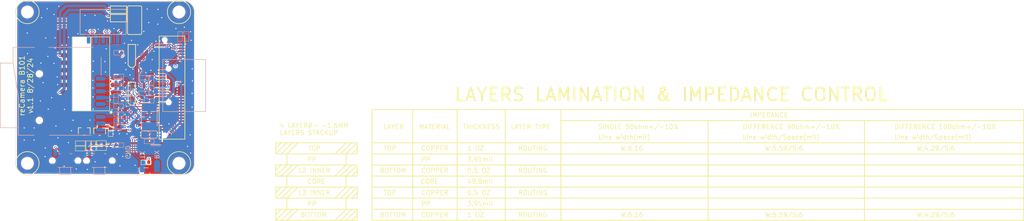
<source format=kicad_pcb>
(kicad_pcb (version 20240108) (generator "pcbnew") (generator_version "8.0")
  (layers (0 "F.Cu" signal) (1 "In1.Cu" signal) (2 "In2.Cu" signal) (31 "B.Cu" signal) (34 "B.Paste" user) (35 "F.Paste" user) (36 "B.SilkS" user "B.Silkscreen") (37 "F.SilkS" user "F.Silkscreen") (38 "B.Mask" user) (39 "F.Mask" user) (44 "Edge.Cuts" user))
  (net 0 "")
  (net 1 "+3V3")
  (net 2 "GND")
  (net 3 "Net-(C3-Pad2)")
  (net 4 "Net-(C4-Pad2)")
  (net 5 "+5V")
  (net 6 "USB_DN")
  (net 7 "USB_DP")
  (net 8 "SDIO_D1{slash}3V3")
  (net 9 "SDIO_D0{slash}3V3")
  (net 10 "SDIO_CLK{slash}3V3")
  (net 11 "SDIO_CMD{slash}3V3")
  (net 12 "SDIO_D3{slash}3V3")
  (net 13 "SDIO_D2{slash}3V3")
  (net 14 "SD_PWR_3V3")
  (net 15 "USB_DET")
  (net 16 "DEBUG_UART0_TX")
  (net 17 "UPGRAD_KEY")
  (net 18 "Net-(D10-+)")
  (net 19 "MIPI_TXM1{slash}IIC2_SDA{slash}PWM")
  (net 20 "MIPI_TXP1{slash}IIC2_SCL{slash}PWM")
  (net 21 "MIPI_TXM0{slash}GPIO12{slash}PWM")
  (net 22 "SDIO_CD{slash}3V3")
  (net 23 "nRESET")
  (net 24 "MIPI_TXM2{slash}IIC1_SDA{slash}PWM")
  (net 25 "EPHY_TXN")
  (net 26 "EPHY_RXP")
  (net 27 "PWR_WAKEUP1")
  (net 28 "MIPI_TXM0{slash}WL_BT_EN{slash}GPIO13")
  (net 29 "EPHY_RXN")
  (net 30 "MIPI_TXP2{slash}IIC1_SCL{slash}PWM")
  (net 31 "DEBUG_UART0_RX")
  (net 32 "EPHY_TXP")
  (net 33 "GNDPWR")
  (net 34 "Net-(C5-Pad1)")
  (net 35 "SD1_CLK")
  (net 36 "SD1_CMD")
  (net 37 "SD1_D0")
  (net 38 "SD1_D1")
  (net 39 "SD1_D2")
  (net 40 "SD1_D3")
  (net 41 "Net-(USB1-B5{slash}CC2)")
  (net 42 "BT_UART1_TX")
  (net 43 "BT_UART1_RX")
  (net 44 "BT_UART1_RTS")
  (net 45 "BT_UART1_CTS")
  (net 46 "Net-(USB1-A5{slash}CC1)")
  (net 51 "Net-(Q2-G)")
  (net 53 "SD0_PWR_EN")
  (net 54 "VIN")
  (net 61 "RESERVE1")
  (net 64 "RESERVE2")
  (net 66 "Net-(R13-Pad2)")
  (net 67 "Net-(R14-Pad2)")
  (net 68 "/PHYTXN")
  (net 69 "/PHYTXP")
  (net 70 "/PHYRXP")
  (net 71 "/PHYRXN")
  (net 72 "Net-(Q1-B)")
  (net 73 "Net-(Q1-C)")
  (footprint "Capacitor:C1206" (layer "F.Cu") (at 118.9312 86.8868 -90)
    (property "Reference" "C5")
    (property "Value" "1nF")
  )
  (footprint "Misc:TP-D35MIL" (layer "F.Cu") (at 121.2934 99.303933 -90)
    (property "Reference" "TP4")
    (property "Value" "Test Point" (hide yes))
  )
  (footprint "Misc:TP-D35MIL" (layer "F.Cu") (at 121.2934 94.637267 -90)
    (property "Reference" "TP6")
    (property "Value" "Test Point" (hide yes))
  )
  (footprint "Transistor:SOT-323" (layer "F.Cu") (at 110.2952 106.013 -90)
    (property "Reference" "Q1")
    (property "Value" "S9013W")
  )
  (footprint "Capacitor:C0402" (layer "F.Cu") (at 113.24 107.9834 180)
    (property "Reference" "C8")
    (property "Value" "100nF")
  )
  (footprint "Diode:SOD-323" (layer "F.Cu") (at 118.46 99.33 90)
    (property "Reference" "D11")
    (property "Value" "UDD32C03L01")
  )
  (footprint "Resistor:R0402" (layer "F.Cu") (at 110.9752 108.4742 90)
    (property "Reference" "R24")
    (property "Value" "1K")
  )
  (footprint "Connector:BTB60-Male-Female-0.5-17.7x4.4mm" (layer "F.Cu") (at 125.344 98.48 -90)
    (property "Reference" "J1" (hide yes))
    (property "Value" "ST-BTB-058060-A")
  )
  (footprint "Diode:SOD-323" (layer "F.Cu") (at 118.46 92.84 90)
    (property "Reference" "D12")
    (property "Value" "UDD32C03L01")
  )
  (footprint "Resistor:R0603" (layer "F.Cu") (at 116.1626 86.5312 180)
    (property "Reference" "R14")
    (property "Value" "75R")
  )
  (footprint "Resistor:R0402" (layer "F.Cu") (at 109.6332 108.0342 180)
    (property "Reference" "R3")
    (property "Value" "100K")
  )
  (footprint "Resistor:R0402" (layer "F.Cu") (at 113.2654 108.8724)
    (property "Reference" "R22")
    (property "Value" "33K")
  )
  (footprint "Misc:TP-D35MIL" (layer "F.Cu") (at 116.4166 105.251 -90)
    (property "Reference" "TP7")
    (property "Value" "Test Point" (hide yes))
  )
  (footprint "Misc:TP-D35MIL" (layer "F.Cu") (at 121.2934 96.9706 -90)
    (property "Reference" "TP5")
    (property "Value" "Test Point" (hide yes))
  )
  (footprint "Diode:LED2-0.6X1.7MM" (layer "F.Cu") (at 120.887 112.617 180)
    (property "Reference" "D10")
    (property "Value" "27-21/GHC-YR1S2M/3C")
  )
  (footprint "Mosfet:SOT-323" (layer "F.Cu") (at 112.9352 106.053 -90)
    (property "Reference" "Q2")
    (property "Value" "CJ2101")
  )
  (footprint "Resistor:R0603" (layer "F.Cu") (at 116.1626 85.0834 180)
    (property "Reference" "R13")
    (property "Value" "75R")
  )
  (footprint "Resistor:R0402" (layer "F.Cu") (at 111.8952 108.4742 90)
    (property "Reference" "R20")
    (property "Value" "47K")
  )
  (footprint "Misc:TP-D35MIL" (layer "F.Cu") (at 121.28832 104.883208)
    (property "Reference" "TP8")
    (property "Value" "Test Point" (hide yes))
  )
  (footprint "Misc:TRF_16p_1d27_12d7x7d15x5d1mm" (layer "F.Cu") (at 111.46 96.11 90)
    (property "Reference" "T1" (hide yes))
    (property "Value" "KHX1631SR")
  )
  (footprint "Resistor:R0402" (layer "F.Cu") (at 120.887 111.3216)
    (property "Reference" "R1")
    (property "Value" "510R")
  )
  (footprint "Resistor:R0402" (layer "F.Cu") (at 114.8164 106.0384 90)
    (property "Reference" "R21")
    (property "Value" "100K")
  )
  (footprint "Resistor:R0402" (layer "F.Cu") (at 109.6332 108.9486 180)
    (property "Reference" "R2")
    (property "Value" "1K")
  )
  (footprint "Capacitor:C0402" (layer "B.Cu") (at 117.845096 100.799904 -90)
    (property "Reference" "C1")
    (property "Value" "1uF")
  )
  (footprint "Capacitor:C0402" (layer "B.Cu") (at 121.4204 107.7148 180)
    (property "Reference" "C7")
    (property "Value" "100nF")
  )
  (footprint "Misc:TP-80X40MIL" (layer "B.Cu") (at 120.271944 111.469042 90)
    (property "Reference" "TP2")
    (property "Value" "Test Point")
  )
  (footprint "Connector:MICRO-SD-CARD-9P" (layer "B.Cu") (at 113.095 99.16 90)
    (property "Reference" "J2")
    (property "Value" "ST-TF-003J")
  )
  (footprint "Resistor:R0402" (layer "B.Cu") (at 120.4806 96.794832 180)
    (property "Reference" "R12")
    (property "Value" "5.1K")
  )
  (footprint "Diode:ESD-0402" (layer "B.Cu") (at 121.814768 97.219816 90)
    (property "Reference" "D3")
    (property "Value" "ESDPSA0402V05")
  )
  (footprint "Resistor:R0402" (layer "B.Cu") (at 127.7954 89.6899 -90)
    (property "Reference" "R5")
    (property "Value" "20K")
  )
  (footprint "Capacitor:C0402" (layer "B.Cu") (at 115.7308 100.3234 -90)
    (property "Reference" "C2")
    (property "Value" "100nF")
  )
  (footprint "Diode:ESD-0402" (layer "B.Cu") (at 116.205 101.6696)
    (property "Reference" "D6")
    (property "Value" "ESDPSA0402V05")
  )
  (footprint "Connector:USB2.0-TYPE-C-SMD-12X7.35X3.3MM" (layer "B.Cu") (at 123.689 98.1136 -90)
    (property "Reference" "USB1")
    (property "Value" "ST-USB-3120-1")
  )
  (footprint "Diode:ESD-0402" (layer "B.Cu") (at 116.20832 103.043232)
    (property "Reference" "D5")
    (property "Value" "ESDPSA0402V05")
  )
  (footprint "Diode:ESD-0402" (layer "B.Cu") (at 116.21 98.59)
    (property "Reference" "D7")
    (property "Value" "ESDPSA0402V05")
  )
  (footprint "Resistor:R0402" (layer "B.Cu") (at 126.7544 89.7009 -90)
    (property "Reference" "R4")
    (property "Value" "10K")
  )
  (footprint "Fuse:F1210" (layer "B.Cu") (at 121.4458 103.5238 90)
    (property "Reference" "F1")
    (property "Value" "2A")
  )
  (footprint "Diode:ESD-0402" (layer "B.Cu") (at 116.20832 104.143232)
    (property "Reference" "D4")
    (property "Value" "ESDPSA0402V05")
  )
  (footprint "Diode:ESD-0402" (layer "B.Cu") (at 121.824768 99.0079 -90)
    (property "Reference" "D2")
    (property "Value" "ESDPSA0402V05")
  )
  (footprint "Capacitor:C0402" (layer "B.Cu") (at 117.856 98.97 -90)
    (property "Reference" "C3")
    (property "Value" "100nF")
  )
  (footprint "Switch:SW5-SMD-4.56X2.3X1.9MM" (layer "B.Cu") (at 112.8874 111.0446)
    (property "Reference" "K2")
    (property "Value" "TD-1100AP-A4N-D1R")
  )
  (footprint "Capacitor:C0603" (layer "B.Cu") (at 121.4204 106.5464 180)
    (property "Reference" "C6")
    (property "Value" "10uF")
  )
  (footprint "Resistor:R0402" (layer "B.Cu") (at 120.4806 99.4598)
    (property "Reference" "R7")
    (property "Value" "5.1K")
  )
  (footprint "Connector:JST5_2P_1d25_7_9x4_3x3_4mm" (layer "B.Cu") (at 113.539872 90.103664)
    (property "Reference" "J3" (hide yes))
    (property "Value" "1.25-5A-WT")
  )
  (footprint "Diode:ESD-0402" (layer "B.Cu") (at 116.21 97.49)
    (property "Reference" "D8")
    (property "Value" "ESDPSA0402V05")
  )
  (footprint "Capacitor:C0402" (layer "B.Cu") (at 116.2134 108.3498)
    (property "Reference" "C9")
    (property "Value" "10pF")
  )
  (footprint "Misc:TP-80X40MIL" (layer "B.Cu") (at 117.771944 111.429042 90)
    (property "Reference" "TP3")
    (property "Value" "Test Point")
  )
  (footprint "Diode:ESD-0402" (layer "B.Cu") (at 116.21 96.54)
    (property "Reference" "D9")
    (property "Value" "ESDPSA0402V05")
  )
  (footprint "Switch:SW5-SMD-4.56X2.3X1.9MM" (layer "B.Cu") (at 107.02 111.0422)
    (property "Reference" "K1")
    (property "Value" "TD-1100AP-A4N-D1R")
  )
  (footprint "Misc:TP-80X40MIL" (layer "B.Cu") (at 122.771944 111.469042 90)
    (property "Reference" "TP1")
    (property "Value" "Test Point")
  )
  (footprint "Diode:ESD-0402" (layer "B.Cu") (at 121.424464 100.723704 180)
    (property "Reference" "D1")
    (property "Value" "ESDPSA0402V05")
  )
  (footprint "Capacitor:C0402" (layer "B.Cu") (at 116.21 92.48)
    (property "Reference" "C4")
    (property "Value" "100nF")
  )
  (footprint "Resistor:R0402" (layer "B.Cu") (at 116.205 105.19)
    (property "Reference" "R23")
    (property "Value" "100K")
  )
  (gr_line (start 159.644 113.678) (end 159.644 115.583) (stroke (width 0.1524)) (layer "F.SilkS"))
  (gr_line (start 144.023 107.963) (end 145.039 107.963) (stroke (width 0.1524)) (layer "F.SilkS"))
  (gr_line (start 153.294 121.298) (end 155.199 119.393) (stroke (width 0.1524)) (layer "F.SilkS"))
  (gr_line (start 145.039 119.393) (end 145.9915 119.393) (stroke (width 0.1524)) (layer "F.SilkS"))
  (gr_line (start 192.029 111.773) (end 192.029 121.298) (stroke (width 0.1524)) (layer "F.SilkS"))
  (gr_line (start 217.302 113.678) (end 244.099 113.678) (stroke (width 0.1524)) (layer "F.SilkS"))
  (gr_line (start 157.104 111.773) (end 157.104 112.7255) (stroke (width 0.1524)) (layer "F.SilkS"))
  (gr_line (start 271.404 107.963) (end 271.404 104.153) (stroke (width 0.1524)) (layer "F.SilkS"))
  (gr_line (start 271.404 107.963) (end 271.404 111.773) (stroke (width 0.1524)) (layer "F.SilkS"))
  (gr_line (start 144.023 119.393) (end 143.134 120.3455) (stroke (width 0.1524)) (layer "F.SilkS"))
  (gr_line (start 154.2465 121.298) (end 156.1515 119.393) (stroke (width 0.1524)) (layer "F.SilkS"))
  (gr_line (start 145.039 109.868) (end 145.039 111.773) (stroke (width 0.1524)) (layer "F.SilkS"))
  (gr_line (start 157.104 119.393) (end 157.104 120.3455) (stroke (width 0.1524)) (layer "F.SilkS"))
  (gr_line (start 159.644 115.583) (end 159.644 121.298) (stroke (width 0.1524)) (layer "F.SilkS"))
  (gr_line (start 157.104 115.583) (end 157.104 116.5355) (stroke (width 0.1524)) (layer "F.SilkS"))
  (gr_line (start 155.199 119.393) (end 145.9915 119.393) (stroke (width 0.1524)) (layer "F.SilkS"))
  (gr_line (start 155.199 109.868) (end 154.2465 109.868) (stroke (width 0.1524)) (layer "F.SilkS"))
  (gr_line (start 157.104 120.3455) (end 157.104 121.298) (stroke (width 0.1524)) (layer "F.SilkS"))
  (gr_line (start 271.404 104.153) (end 271.404 102.248) (stroke (width 0.1524)) (layer "F.SilkS"))
  (gr_line (start 155.199 113.678) (end 155.199 115.583) (stroke (width 0.1524)) (layer "F.SilkS"))
  (gr_line (start 156.215 109.868) (end 157.104 109.868) (stroke (width 0.1524)) (layer "F.SilkS"))
  (gr_line (start 145.039 107.963) (end 145.9915 107.963) (stroke (width 0.1524)) (layer "F.SilkS"))
  (gr_line (start 145.9915 119.393) (end 144.0865 121.298) (stroke (width 0.1524)) (layer "F.SilkS"))
  (gr_line (start 154.2465 117.488) (end 156.1515 115.583) (stroke (width 0.1524)) (layer "F.SilkS"))
  (gr_line (start 156.215 121.298) (end 157.104 121.298) (stroke (width 0.1524)) (layer "F.SilkS"))
  (gr_line (start 145.039 111.773) (end 145.9915 111.773) (stroke (width 0.1524)) (layer "F.SilkS"))
  (gr_line (start 154.2465 121.298) (end 145.039 121.298) (stroke (width 0.1524)) (layer "F.SilkS"))
  (gr_line (start 145.9915 111.773) (end 144.0865 113.678) (stroke (width 0.1524)) (layer "F.SilkS"))
  (gr_line (start 244.099 104.153) (end 244.099 113.678) (stroke (width 0.1524)) (layer "F.SilkS"))
  (gr_line (start 144.023 111.773) (end 143.134 112.7255) (stroke (width 0.1524)) (layer "F.SilkS"))
  (gr_line (start 144.0865 121.298) (end 145.039 121.298) (stroke (width 0.1524)) (layer "F.SilkS"))
  (gr_line (start 144.023 115.583) (end 143.134 116.5355) (stroke (width 0.1524)) (layer "F.SilkS"))
  (gr_line (start 143.134 107.963) (end 144.023 107.963) (stroke (width 0.1524)) (layer "F.SilkS"))
  (gr_line (start 271.404 111.773) (end 271.404 113.678) (stroke (width 0.1524)) (layer "F.SilkS"))
  (gr_line (start 146.944 107.963) (end 145.039 109.868) (stroke (width 0.1524)) (layer "F.SilkS"))
  (gr_line (start 174.249 102.248) (end 166.629 102.248) (stroke (width 0.1524)) (layer "F.SilkS"))
  (gr_line (start 157.104 111.773) (end 156.1515 111.773) (stroke (width 0.1524)) (layer "F.SilkS"))
  (gr_line (start 143.134 112.7255) (end 143.134 111.773) (stroke (width 0.1524)) (layer "F.SilkS"))
  (gr_line (start 244.099 104.153) (end 271.404 104.153) (stroke (width 0.1524)) (layer "F.SilkS"))
  (gr_line (start 182.504 109.868) (end 182.504 121.298) (stroke (width 0.1524)) (layer "F.SilkS"))
  (gr_line (start 159.644 107.963) (end 271.404 107.963) (stroke (width 0.1524)) (layer "F.SilkS"))
  (gr_line (start 154.2465 109.868) (end 156.1515 107.963) (stroke (width 0.1524)) (layer "F.SilkS"))
  (gr_line (start 157.104 116.5355) (end 157.104 117.488) (stroke (width 0.1524)) (layer "F.SilkS"))
  (gr_line (start 145.039 113.678) (end 145.039 115.583) (stroke (width 0.1524)) (layer "F.SilkS"))
  (gr_line (start 144.023 119.393) (end 145.039 119.393) (stroke (width 0.1524)) (layer "F.SilkS"))
  (gr_line (start 155.199 113.678) (end 157.104 111.773) (stroke (width 0.1524)) (layer "F.SilkS"))
  (gr_line (start 143.134 108.9155) (end 143.134 107.963) (stroke (width 0.1524)) (layer "F.SilkS"))
  (gr_line (start 156.215 117.488) (end 157.104 117.488) (stroke (width 0.1524)) (layer "F.SilkS"))
  (gr_line (start 166.629 102.248) (end 159.644 102.248) (stroke (width 0.1524)) (layer "F.SilkS"))
  (gr_line (start 155.199 109.868) (end 157.104 107.963) (stroke (width 0.1524)) (layer "F.SilkS"))
  (gr_line (start 155.199 109.868) (end 155.199 111.773) (stroke (width 0.1524)) (layer "F.SilkS"))
  (gr_line (start 156.215 113.678) (end 157.104 113.678) (stroke (width 0.1524)) (layer "F.SilkS"))
  (gr_line (start 143.134 109.868) (end 143.134 108.9155) (stroke (width 0.1524)) (layer "F.SilkS"))
  (gr_line (start 143.134 116.5355) (end 143.134 115.583) (stroke (width 0.1524)) (layer "F.SilkS"))
  (gr_line (start 153.294 109.868) (end 155.199 107.963) (stroke (width 0.1524)) (layer "F.SilkS"))
  (gr_line (start 166.629 109.868) (end 166.629 121.298) (stroke (width 0.1524)) (layer "F.SilkS"))
  (gr_line (start 155.199 121.298) (end 157.104 119.393) (stroke (width 0.1524)) (layer "F.SilkS"))
  (gr_circle (center 100.544 111.48) (end 102.544 111.48) (stroke (width 0.127)) (fill none) (layer "F.SilkS"))
  (gr_line (start 157.104 112.7255) (end 157.104 113.678) (stroke (width 0.1524)) (layer "F.SilkS"))
  (gr_line (start 271.404 113.678) (end 271.404 115.583) (stroke (width 0.1524)) (layer "F.SilkS"))
  (gr_line (start 144.0865 113.678) (end 145.039 113.678) (stroke (width 0.1524)) (layer "F.SilkS"))
  (gr_line (start 143.134 117.488) (end 144.0865 117.488) (stroke (width 0.1524)) (layer "F.SilkS"))
  (gr_line (start 271.404 115.583) (end 271.404 121.298) (stroke (width 0.1524)) (layer "F.SilkS"))
  (gr_line (start 217.302 104.153) (end 244.099 104.153) (stroke (width 0.1524)) (layer "F.SilkS"))
  (gr_line (start 156.215 113.678) (end 157.104 112.7255) (stroke (width 0.1524)) (layer "F.SilkS"))
  (gr_circle (center 100.544 85.48) (end 102.544 85.48) (stroke (width 0.127)) (fill none) (layer "F.SilkS"))
  (gr_line (start 145.039 115.583) (end 143.134 117.488) (stroke (width 0.1524)) (layer "F.SilkS"))
  (gr_line (start 156.215 109.868) (end 155.199 109.868) (stroke (width 0.1524)) (layer "F.SilkS"))
  (gr_line (start 155.199 115.583) (end 145.9915 115.583) (stroke (width 0.1524)) (layer "F.SilkS"))
  (gr_line (start 166.629 113.678) (end 174.249 113.678) (stroke (width 0.1524)) (layer "F.SilkS"))
  (gr_line (start 143.134 113.678) (end 144.0865 113.678) (stroke (width 0.1524)) (layer "F.SilkS"))
  (gr_line (start 156.215 117.488) (end 155.199 117.488) (stroke (width 0.1524)) (layer "F.SilkS"))
  (gr_line (start 145.039 107.963) (end 143.134 109.868) (stroke (width 0.1524)) (layer "F.SilkS"))
  (gr_line (start 145.039 111.773) (end 143.134 113.678) (stroke (width 0.1524)) (layer "F.SilkS"))
  (gr_line (start 174.249 121.298) (end 182.504 121.298) (stroke (width 0.1524)) (layer "F.SilkS"))
  (gr_line (start 156.215 117.488) (end 157.104 116.5355) (stroke (width 0.1524)) (layer "F.SilkS"))
  (gr_line (start 156.215 121.298) (end 157.104 120.3455) (stroke (width 0.1524)) (layer "F.SilkS"))
  (gr_line (start 145.039 115.583) (end 145.9915 115.583) (stroke (width 0.1524)) (layer "F.SilkS"))
  (gr_line (start 144.023 111.773) (end 145.039 111.773) (stroke (width 0.1524)) (layer "F.SilkS"))
  (gr_line (start 153.294 117.488) (end 155.199 115.583) (stroke (width 0.1524)) (layer "F.SilkS"))
  (gr_line (start 166.629 102.248) (end 166.629 113.678) (stroke (width 0.1524)) (layer "F.SilkS"))
  (gr_line (start 143.134 120.3455) (end 143.134 119.393) (stroke (width 0.1524)) (layer "F.SilkS"))
  (gr_line (start 155.199 117.488) (end 157.104 115.583) (stroke (width 0.1524)) (layer "F.SilkS"))
  (gr_line (start 143.134 119.393) (end 144.023 119.393) (stroke (width 0.1524)) (layer "F.SilkS"))
  (gr_line (start 192.029 102.248) (end 192.029 104.153) (stroke (width 0.1524)) (layer "F.SilkS"))
  (gr_line (start 174.249 113.678) (end 182.504 113.678) (stroke (width 0.1524)) (layer "F.SilkS"))
  (gr_line (start 174.249 102.248) (end 174.249 113.678) (stroke (width 0.1524)) (layer "F.SilkS"))
  (gr_line (start 156.215 109.868) (end 157.104 108.9155) (stroke (width 0.1524)) (layer "F.SilkS"))
  (gr_line (start 145.039 119.393) (end 143.134 121.298) (stroke (width 0.1524)) (layer "F.SilkS"))
  (gr_line (start 159.644 109.868) (end 271.404 109.868) (stroke (width 0.1524)) (layer "F.SilkS"))
  (gr_line (start 156.1515 115.583) (end 155.199 115.583) (stroke (width 0.1524)) (layer "F.SilkS"))
  (gr_line (start 157.104 108.9155) (end 157.104 109.868) (stroke (width 0.1524)) (layer "F.SilkS"))
  (gr_line (start 155.199 121.298) (end 154.2465 121.298) (stroke (width 0.1524)) (layer "F.SilkS"))
  (gr_line (start 159.644 121.298) (end 166.629 121.298) (stroke (width 0.1524)) (layer "F.SilkS"))
  (gr_line (start 156.1515 119.393) (end 155.199 119.393) (stroke (width 0.1524)) (layer "F.SilkS"))
  (gr_line (start 157.104 115.583) (end 156.1515 115.583) (stroke (width 0.1524)) (layer "F.SilkS"))
  (gr_line (start 155.199 111.773) (end 145.9915 111.773) (stroke (width 0.1524)) (layer "F.SilkS"))
  (gr_line (start 154.2465 117.488) (end 145.039 117.488) (stroke (width 0.1524)) (layer "F.SilkS"))
  (gr_line (start 143.134 111.773) (end 144.023 111.773) (stroke (width 0.1524)) (layer "F.SilkS"))
  (gr_line (start 157.104 107.963) (end 157.104 108.9155) (stroke (width 0.1524)) (layer "F.SilkS"))
  (gr_line (start 166.629 121.298) (end 174.249 121.298) (stroke (width 0.1524)) (layer "F.SilkS"))
  (gr_line (start 146.944 115.583) (end 145.039 117.488) (stroke (width 0.1524)) (layer "F.SilkS"))
  (gr_circle (center 126.544 111.48) (end 128.544 111.48) (stroke (width 0.127)) (fill none) (layer "F.SilkS"))
  (gr_line (start 217.302 104.153) (end 217.302 113.678) (stroke (width 0.1524)) (layer "F.SilkS"))
  (gr_line (start 145.039 117.488) (end 145.039 119.393) (stroke (width 0.1524)) (layer "F.SilkS"))
  (gr_line (start 143.134 109.868) (end 144.0865 109.868) (stroke (width 0.1524)) (layer "F.SilkS"))
  (gr_line (start 244.099 111.773) (end 244.099 121.298) (stroke (width 0.1524)) (layer "F.SilkS"))
  (gr_line (start 244.099 113.678) (end 271.404 113.678) (stroke (width 0.1524)) (layer "F.SilkS"))
  (gr_line (start 192.029 104.153) (end 217.302 104.153) (stroke (width 0.1524)) (layer "F.SilkS"))
  (gr_line (start 143.134 117.488) (end 143.134 116.5355) (stroke (width 0.1524)) (layer "F.SilkS"))
  (gr_line (start 155.199 117.488) (end 154.2465 117.488) (stroke (width 0.1524)) (layer "F.SilkS"))
  (gr_line (start 144.023 107.963) (end 143.134 108.9155) (stroke (width 0.1524)) (layer "F.SilkS"))
  (gr_line (start 192.029 113.678) (end 217.302 113.678) (stroke (width 0.1524)) (layer "F.SilkS"))
  (gr_line (start 217.302 121.298) (end 244.099 121.298) (stroke (width 0.1524)) (layer "F.SilkS"))
  (gr_line (start 156.1515 111.773) (end 155.199 111.773) (stroke (width 0.1524)) (layer "F.SilkS"))
  (gr_line (start 217.302 111.773) (end 217.302 121.298) (stroke (width 0.1524)) (layer "F.SilkS"))
  (gr_line (start 143.134 113.678) (end 143.134 112.7255) (stroke (width 0.1524)) (layer "F.SilkS"))
  (gr_line (start 182.504 113.678) (end 192.029 113.678) (stroke (width 0.1524)) (layer "F.SilkS"))
  (gr_line (start 145.9915 107.963) (end 144.0865 109.868) (stroke (width 0.1524)) (layer "F.SilkS"))
  (gr_line (start 182.504 102.248) (end 182.504 113.678) (stroke (width 0.1524)) (layer "F.SilkS"))
  (gr_line (start 144.0865 109.868) (end 145.039 109.868) (stroke (width 0.1524)) (layer "F.SilkS"))
  (gr_line (start 144.023 115.583) (end 145.039 115.583) (stroke (width 0.1524)) (layer "F.SilkS"))
  (gr_line (start 174.249 109.868) (end 174.249 121.298) (stroke (width 0.1524)) (layer "F.SilkS"))
  (gr_line (start 154.2465 113.678) (end 156.1515 111.773) (stroke (width 0.1524)) (layer "F.SilkS"))
  (gr_line (start 271.404 102.248) (end 192.029 102.248) (stroke (width 0.1524)) (layer "F.SilkS"))
  (gr_line (start 143.134 115.583) (end 144.023 115.583) (stroke (width 0.1524)) (layer "F.SilkS"))
  (gr_line (start 182.504 102.248) (end 174.249 102.248) (stroke (width 0.1524)) (layer "F.SilkS"))
  (gr_line (start 192.029 121.298) (end 217.302 121.298) (stroke (width 0.1524)) (layer "F.SilkS"))
  (gr_line (start 155.199 107.963) (end 145.9915 107.963) (stroke (width 0.1524)) (layer "F.SilkS"))
  (gr_line (start 192.029 102.248) (end 182.504 102.248) (stroke (width 0.1524)) (layer "F.SilkS"))
  (gr_line (start 155.199 113.678) (end 154.2465 113.678) (stroke (width 0.1524)) (layer "F.SilkS"))
  (gr_line (start 146.944 111.773) (end 145.039 113.678) (stroke (width 0.1524)) (layer "F.SilkS"))
  (gr_line (start 153.294 113.678) (end 155.199 111.773) (stroke (width 0.1524)) (layer "F.SilkS"))
  (gr_line (start 156.215 121.298) (end 155.199 121.298) (stroke (width 0.1524)) (layer "F.SilkS"))
  (gr_line (start 159.644 102.248) (end 159.644 107.963) (stroke (width 0.1524)) (layer "F.SilkS"))
  (gr_line (start 143.134 121.298) (end 144.0865 121.298) (stroke (width 0.1524)) (layer "F.SilkS"))
  (gr_line (start 159.644 117.488) (end 271.404 117.488) (stroke (width 0.1524)) (layer "F.SilkS"))
  (gr_line (start 157.104 119.393) (end 156.1515 119.393) (stroke (width 0.1524)) (layer "F.SilkS"))
  (gr_circle (center 126.544 85.48) (end 128.544 85.48) (stroke (width 0.127)) (fill none) (layer "F.SilkS"))
  (gr_line (start 192.029 104.153) (end 192.029 113.678) (stroke (width 0.1524)) (layer "F.SilkS"))
  (gr_line (start 159.644 119.393) (end 271.404 119.393) (stroke (width 0.1524)) (layer "F.SilkS"))
  (gr_line (start 244.099 121.298) (end 271.404 121.298) (stroke (width 0.1524)) (layer "F.SilkS"))
  (gr_line (start 159.644 107.963) (end 159.644 113.678) (stroke (width 0.1524)) (layer "F.SilkS"))
  (gr_line (start 155.199 117.488) (end 155.199 119.393) (stroke (width 0.1524)) (layer "F.SilkS"))
  (gr_line (start 156.215 113.678) (end 155.199 113.678) (stroke (width 0.1524)) (layer "F.SilkS"))
  (gr_line (start 146.944 119.393) (end 145.039 121.298) (stroke (width 0.1524)) (layer "F.SilkS"))
  (gr_line (start 154.2465 113.678) (end 145.039 113.678) (stroke (width 0.1524)) (layer "F.SilkS"))
  (gr_line (start 182.504 121.298) (end 192.029 121.298) (stroke (width 0.1524)) (layer "F.SilkS"))
  (gr_line (start 156.1515 107.963) (end 155.199 107.963) (stroke (width 0.1524)) (layer "F.SilkS"))
  (gr_line (start 143.134 121.298) (end 143.134 120.3455) (stroke (width 0.1524)) (layer "F.SilkS"))
  (gr_line (start 159.644 111.773) (end 271.404 111.773) (stroke (width 0.1524)) (layer "F.SilkS"))
  (gr_line (start 159.644 113.678) (end 166.629 113.678) (stroke (width 0.1524)) (layer "F.SilkS"))
  (gr_line (start 157.104 107.963) (end 156.1515 107.963) (stroke (width 0.1524)) (layer "F.SilkS"))
  (gr_line (start 144.0865 117.488) (end 145.039 117.488) (stroke (width 0.1524)) (layer "F.SilkS"))
  (gr_line (start 145.9915 115.583) (end 144.0865 117.488) (stroke (width 0.1524)) (layer "F.SilkS"))
  (gr_line (start 154.2465 109.868) (end 145.039 109.868) (stroke (width 0.1524)) (layer "F.SilkS"))
  (gr_line (start 159.644 115.583) (end 271.404 115.583) (stroke (width 0.1524)) (layer "F.SilkS"))
  (gr_circle (center 100.544 111.48) (end 101.544 111.48) (stroke (width 0.05)) (fill none) (layer "Edge.Cuts"))
  (gr_line (start 98.544 111.48102) (end 98.544 85.47898) (stroke (width 0.05)) (layer "Edge.Cuts"))
  (gr_arc (start 100.54298 113.48) (mid 99.129494 112.894506) (end 98.544 111.48102) (stroke (width 0.05)) (layer "Edge.Cuts"))
  (gr_circle (center 126.544 111.48) (end 127.544 111.48) (stroke (width 0.05)) (fill none) (layer "Edge.Cuts"))
  (gr_circle (center 126.544 85.48) (end 127.544 85.48) (stroke (width 0.05)) (fill none) (layer "Edge.Cuts"))
  (gr_line (start 129.244 85.47898) (end 129.244 111.48102) (stroke (width 0.05)) (layer "Edge.Cuts"))
  (gr_arc (start 127.24502 83.48) (mid 128.658506 84.065494) (end 129.244 85.47898) (stroke (width 0.05)) (layer "Edge.Cuts"))
  (gr_arc (start 129.244 111.48102) (mid 128.658506 112.894506) (end 127.24502 113.48) (stroke (width 0.05)) (layer "Edge.Cuts"))
  (gr_line (start 127.24502 113.48) (end 100.54298 113.48) (stroke (width 0.05)) (layer "Edge.Cuts"))
  (gr_line (start 100.54298 83.48) (end 127.24502 83.48) (stroke (width 0.05)) (layer "Edge.Cuts"))
  (gr_arc (start 98.544 85.47898) (mid 99.129494 84.065494) (end 100.54298 83.48) (stroke (width 0.05)) (layer "Edge.Cuts"))
  (gr_circle (center 100.544 85.48) (end 101.544 85.48) (stroke (width 0.05)) (fill none) (layer "Edge.Cuts"))
  (gr_text "TX" (at 119.78591 110.051598 -90) (layer "B.SilkS") (effects (font (size 0.762 0.762) (thickness 0.127)) (justify bottom mirror)))
  (gr_text "GND" (at 117.29671 109.5944 -90) (layer "B.SilkS") (effects (font (size 0.762 0.762) (thickness 0.127)) (justify bottom mirror)))
  (gr_text "RX" (at 122.24971 110.0008 -90) (layer "B.SilkS") (effects (font (size 0.762 0.762) (thickness 0.127)) (justify bottom mirror)))
  (gr_text "MATERIAL" (at 167.645 105.677 0) (layer "F.SilkS") (effects (font (size 0.78232 0.78232) (thickness 0.10668)) (justify left bottom)))
  (gr_text "LAYER TYPE" (at 183.393 105.677 0) (layer "F.SilkS") (effects (font (size 0.78232 0.78232) (thickness 0.10668)) (justify left bottom)))
  (gr_text "CORE" (at 167.899 115.075 0) (layer "F.SilkS") (effects (font (size 0.78232 0.78232) (thickness 0.10668)) (justify left bottom)))
  (gr_text "CORE" (at 148.468 115.075 0) (layer "F.SilkS") (effects (font (size 0.78232 0.78232) (thickness 0.10668)) (justify left bottom)))
  (gr_text "ROUTING" (at 184.663 113.17 0) (layer "F.SilkS") (effects (font (size 0.78232 0.78232) (thickness 0.10668)) (justify left bottom)))
  (gr_text "ROUTING" (at 184.663 120.79 0) (layer "F.SilkS") (effects (font (size 0.78232 0.78232) (thickness 0.10668)) (justify left bottom)))
  (gr_text "4 LAYER#- -1.6MM\nLAYERS STACKUP" (at 143.769 106.693 0) (layer "F.SilkS") (effects (font (size 0.78232 0.78232) (thickness 0.10668)) (justify left bottom)))
  (gr_text "TOP" (at 161.549 116.98 0) (layer "F.SilkS") (effects (font (size 0.78232 0.78232) (thickness 0.10668)) (justify left bottom)))
  (gr_text "COPPER" (at 168.026 113.17 0) (layer "F.SilkS") (effects (font (size 0.78232 0.78232) (thickness 0.10668)) (justify left bottom)))
  (gr_text "W:5.59/S:6" (at 226.954 109.36 0) (layer "F.SilkS") (effects (font (size 0.78232 0.78232) (thickness 0.10668)) (justify left bottom)))
  (gr_text "BOTTOM" (at 160.914 113.17 0) (layer "F.SilkS") (effects (font (size 0.78232 0.78232) (thickness 0.10668)) (justify left bottom)))
  (gr_text "COPPER" (at 168.026 120.79 0) (layer "F.SilkS") (effects (font (size 0.78232 0.78232) (thickness 0.10668)) (justify left bottom)))
  (gr_text "PP" (at 168.026 118.885 0) (layer "F.SilkS") (effects (font (size 0.78232 0.78232) (thickness 0.10668)) (justify left bottom)))
  (gr_text "THICKNESS" (at 175.138 105.677 0) (layer "F.SilkS") (effects (font (size 0.78232 0.78232) (thickness 0.10668)) (justify left bottom)))
  (gr_text "TOP" (at 161.549 109.36 0) (layer "F.SilkS") (effects (font (size 0.78232 0.78232) (thickness 0.10668)) (justify left bottom)))
  (gr_text "49.8mil" (at 175.9 115.075 0) (layer "F.SilkS") (effects (font (size 0.78232 0.78232) (thickness 0.10668)) (justify left bottom)))
  (gr_text "1 OZ" (at 175.9 120.79 0) (layer "F.SilkS") (effects (font (size 0.78232 0.78232) (thickness 0.10668)) (justify left bottom)))
  (gr_text "reCamera B101\nv1.1 8/28/24" (at 101.569792 98.160336 90) (layer "F.SilkS") (effects (font (size 0.889 0.889) (thickness 0.127)) (justify bottom)))
  (gr_text "SINGLE 50ohm+/-10%" (at 198.379 105.677 0) (layer "F.SilkS") (effects (font (size 0.78232 0.78232) (thickness 0.10668)) (justify left bottom)))
  (gr_text "0.5 OZ" (at 175.9 116.98 0) (layer "F.SilkS") (effects (font (size 0.78232 0.78232) (thickness 0.10668)) (justify left bottom)))
  (gr_text "3.91mil" (at 175.9 111.265 0) (layer "F.SilkS") (effects (font (size 0.78232 0.78232) (thickness 0.10668)) (justify left bottom)))
  (gr_text "BOTTOM" (at 147.325 120.79 0) (layer "F.SilkS") (effects (font (size 0.78232 0.78232) (thickness 0.10668)) (justify left bottom)))
  (gr_text "0.5 OZ" (at 175.9 113.17 0) (layer "F.SilkS") (effects (font (size 0.78232 0.78232) (thickness 0.10668)) (justify left bottom)))
  (gr_text "IMPEDANCE" (at 224.414 103.645 0) (layer "F.SilkS") (effects (font (size 0.78232 0.78232) (thickness 0.10668)) (justify left bottom)))
  (gr_text "LAYER" (at 161.549 105.677 0) (layer "F.SilkS") (effects (font (size 0.78232 0.78232) (thickness 0.10668)) (justify left bottom)))
  (gr_text "PP" (at 148.468 118.885 0) (layer "F.SilkS") (effects (font (size 0.78232 0.78232) (thickness 0.10668)) (justify left bottom)))
  (gr_text "PP" (at 148.468 111.265 0) (layer "F.SilkS") (effects (font (size 0.78232 0.78232) (thickness 0.10668)) (justify left bottom)))
  (gr_text "DIFFERENCE 90ohm+/-10%" (at 223.144 105.677 0) (layer "F.SilkS") (effects (font (size 0.78232 0.78232) (thickness 0.10668)) (justify left bottom)))
  (gr_text "3.91mil" (at 175.9 118.885 0) (layer "F.SilkS") (effects (font (size 0.78232 0.78232) (thickness 0.10668)) (justify left bottom)))
  (gr_text "TOP" (at 148.595 109.36 0) (layer "F.SilkS") (effects (font (size 0.78232 0.78232) (thickness 0.10668)) (justify left bottom)))
  (gr_text "W:5.59/S:6" (at 226.954 120.79 0) (layer "F.SilkS") (effects (font (size 0.78232 0.78232) (thickness 0.10668)) (justify left bottom)))
  (gr_text "Line width(mil)" (at 198.379 107.455 0) (layer "F.SilkS") (effects (font (size 0.78232 0.78232) (thickness 0.10668)) (justify left bottom)))
  (gr_text "PP" (at 168.026 111.265 0) (layer "F.SilkS") (effects (font (size 0.78232 0.78232) (thickness 0.10668)) (justify left bottom)))
  (gr_text "COPPER" (at 168.026 109.36 0) (layer "F.SilkS") (effects (font (size 0.78232 0.78232) (thickness 0.10668)) (justify left bottom)))
  (gr_text "DIFFERENCE 100ohm+/-10%" (at 249.179 105.677 0) (layer "F.SilkS") (effects (font (size 0.78232 0.78232) (thickness 0.10668)) (justify left bottom)))
  (gr_text "COPPER" (at 168.026 116.98 0) (layer "F.SilkS") (effects (font (size 0.78232 0.78232) (thickness 0.10668)) (justify left bottom)))
  (gr_text "ROUTING" (at 184.663 109.36 0) (layer "F.SilkS") (effects (font (size 0.78232 0.78232) (thickness 0.10668)) (justify left bottom)))
  (gr_text "W:4.29/S:6" (at 252.989 120.79 0) (layer "F.SilkS") (effects (font (size 0.78232 0.78232) (thickness 0.10668)) (justify left bottom)))
  (gr_text "L2 INNER" (at 146.944 113.17 0) (layer "F.SilkS") (effects (font (size 0.78232 0.78232) (thickness 0.10668)) (justify left bottom)))
  (gr_text "ROUTING" (at 184.663 116.98 0) (layer "F.SilkS") (effects (font (size 0.78232 0.78232) (thickness 0.10668)) (justify left bottom)))
  (gr_text "1 OZ" (at 175.9 109.36 0) (layer "F.SilkS") (effects (font (size 0.78232 0.78232) (thickness 0.10668)) (justify left bottom)))
  (gr_text "Line width/Space(mil)" (at 249.179 107.455 0) (layer "F.SilkS") (effects (font (size 0.78232 0.78232) (thickness 0.10668)) (justify left bottom)))
  (gr_text "W:4.29/S:6" (at 252.989 109.36 0) (layer "F.SilkS") (effects (font (size 0.78232 0.78232) (thickness 0.10668)) (justify left bottom)))
  (gr_text "L3 INNER" (at 146.944 116.98 0) (layer "F.SilkS") (effects (font (size 0.78232 0.78232) (thickness 0.10668)) (justify left bottom)))
  (gr_text "BOTTOM" (at 160.914 120.79 0) (layer "F.SilkS") (effects (font (size 0.78232 0.78232) (thickness 0.10668)) (justify left bottom)))
  (gr_text "W:6.16" (at 202.189 120.79 0) (layer "F.SilkS") (effects (font (size 0.78232 0.78232) (thickness 0.10668)) (justify left bottom)))
  (gr_text "W:6.16" (at 202.189 109.36 0) (layer "F.SilkS") (effects (font (size 0.78232 0.78232) (thickness 0.10668)) (justify left bottom)))
  (gr_text "LAYERS LAMINATION & IMPEDANCE CONTROL" (at 173.614 100.978 0) (layer "F.SilkS") (effects (font (size 2.2352 2.2352) (thickness 0.3048)) (justify left bottom)))
  (gr_text "Line width/Space(mil)" (at 223.144 107.455 0) (layer "F.SilkS") (effects (font (size 0.78232 0.78232) (thickness 0.10668)) (justify left bottom)))
  (segment (start 113.5702 106.942) (end 113.5702 107.8511) (width 0.381) (layer "F.Cu") (net 1))
  (segment (start 113.7279 108.0088) (end 113.7025 107.9834) (width 0.381) (layer "F.Cu") (net 1))
  (segment (start 113.7025 107.9834) (end 113.8187 107.8672) (width 0.4064) (layer "F.Cu") (net 1))
  (segment (start 113.7279 108.8724) (end 113.7279 108.0088) (width 0.381) (layer "F.Cu") (net 1))
  (segment (start 123.826288 108.052112) (end 124.9764 106.902) (width 0.4064) (layer "F.Cu") (net 1))
  (segment (start 114.791 107.4862) (end 115.864912 107.4862) (width 0.4064) (layer "F.Cu") (net 1))
  (segment (start 124.9764 106.902) (end 124.9764 106.2416) (width 0.4064) (layer "F.Cu") (net 1))
  (segment (start 113.5702 107.8511) (end 113.7025 107.9834) (width 0.381) (layer "F.Cu") (net 1))
  (segment (start 116.430824 108.052112) (end 123.826288 108.052112) (width 0.4064) (layer "F.Cu") (net 1))
  (segment (start 114.41 107.8672) (end 114.791 107.4862) (width 0.4064) (layer "F.Cu") (net 1))
  (segment (start 115.864912 107.4862) (end 116.430824 108.052112) (width 0.4064) (layer "F.Cu") (net 1))
  (segment (start 113.8187 107.8672) (end 114.41 107.8672) (width 0.4064) (layer "F.Cu") (net 1))
  (segment (start 126.1956 97.73) (end 127.344 97.73) (width 0.254) (layer "F.Cu") (net 1))
  (via (at 126.1956 97.73) (size 0.4064) (drill 0.2032) (layers "F.Cu" "B.Cu") (net 1))
  (via (at 124.9764 106.2416) (size 0.4064) (drill 0.2032) (layers "F.Cu" "B.Cu") (net 1))
  (segment (start 126.6248 97.73) (end 126.1956 97.73) (width 0.4064) (layer "B.Cu") (net 1))
  (segment (start 126.9322 104.2858) (end 126.9322 98.0374) (width 0.4064) (layer "B.Cu") (net 1))
  (segment (start 126.9322 98.0374) (end 126.6248 97.73) (width 0.4064) (layer "B.Cu") (net 1))
  (segment (start 124.9764 106.2416) (end 126.9322 104.2858) (width 0.4064) (layer "B.Cu") (net 1))
  (segment (start 122.2946 98.23) (end 122.1062 98.4184) (width 0.254) (layer "F.Cu") (net 2))
  (segment (start 122.0808 95.853) (end 121.7252 95.4974) (width 0.254) (layer "F.Cu") (net 2))
  (segment (start 122.1062 98.4184) (end 122.1062 99.1042) (width 0.254) (layer "F.Cu") (net 2))
  (segment (start 123.344 98.23) (end 122.2946 98.23) (width 0.254) (layer "F.Cu") (net 2))
  (segment (start 123.344 97.73) (end 122.3068 97.73) (width 0.254) (layer "F.Cu") (net 2))
  (segment (start 120.0124 103.23) (end 119.9726 103.2698) (width 0.254) (layer "F.Cu") (net 2))
  (segment (start 122.0808 97.504) (end 122.0808 95.853) (width 0.254) (layer "F.Cu") (net 2))
  (segment (start 122.3068 97.73) (end 122.0808 97.504) (width 0.254) (layer "F.Cu") (net 2))
  (segment (start 123.344 103.23) (end 120.0124 103.23) (width 0.254) (layer "F.Cu") (net 2))
  (via (at 111.801928 100.06432) (size 0.4064) (drill 0.2032) (layers "F.Cu" "B.Cu") (net 2))
  (via (at 105.1136 85.8962) (size 0.4064) (drill 0.2032) (layers "F.Cu" "B.Cu") (net 2))
  (via (at 103.615 108.8578) (size 0.4064) (drill 0.2032) (layers "F.Cu" "B.Cu") (net 2))
  (via (at 113.834944 93.994736) (size 0.4064) (drill 0.2032) (layers "F.Cu" "B.Cu") (net 2))
  (via (at 100.52 89.1) (size 0.4064) (drill 0.2032) (layers "F.Cu" "B.Cu") (net 2))
  (via (at 118.1438 96.3102) (size 0.4064) (drill 0.2032) (layers "F.Cu" "B.Cu") (net 2))
  (via (at 108.1108 105.886) (size 0.4064) (drill 0.2032) (layers "F.Cu" "B.Cu") (net 2))
  (via (at 105.774 107.1052) (size 0.4064) (drill 0.2032) (layers "F.Cu" "B.Cu") (net 2))
  (via (at 117.208064 104.176072) (size 0.4064) (drill 0.2032) (layers "F.Cu" "B.Cu") (net 2))
  (via (at 119.4646 91.1032) (size 0.4064) (drill 0.2032) (layers "F.Cu" "B.Cu") (net 2))
  (via (at 115.045 102.3046) (size 0.4064) (drill 0.2032) (layers "F.Cu" "B.Cu") (net 2))
  (via (at 128.0244 108.5784) (size 0.4064) (drill 0.2032) (layers "F.Cu" "B.Cu") (net 2))
  (via (at 107.5774 107.918) (size 0.4064) (drill 0.2032) (layers "F.Cu" "B.Cu") (net 2))
  (via (at 103.69 89.95) (size 0.4064) (drill 0.2032) (layers "F.Cu" "B.Cu") (net 2))
  (via (at 111.8192 102.1776) (size 0.4064) (drill 0.2032) (layers "F.Cu" "B.Cu") (net 2))
  (via (at 117.1786 90.8746) (size 0.4064) (drill 0.2032) (layers "F.Cu" "B.Cu") (net 2))
  (via (at 126.0178 88.3092) (size 0.4064) (drill 0.2032) (layers "F.Cu" "B.Cu") (net 2))
  (via (at 121.7252 95.4974) (size 0.4064) (drill 0.2032) (layers "F.Cu" "B.Cu") (net 2))
  (via (at 121.9538 93.6686) (size 0.4064) (drill 0.2032) (layers "F.Cu" "B.Cu") (net 2))
  (via (at 115.2736 106.4702) (size 0.4064) (drill 0.2032) (layers "F.Cu" "B.Cu") (net 2))
  (via (at 122.5888 90.4936) (size 0.4064) (drill 0.2032) (layers "F.Cu" "B.Cu") (net 2))
  (via (at 101.19 102.19) (size 0.4064) (drill 0.2032) (layers "F.Cu" "B.Cu") (net 2))
  (via (at 111.853744 93.93276) (size 0.4064) (drill 0.2032) (layers "F.Cu" "B.Cu") (net 2))
  (via (at 118.7026 96.9706) (size 0.4064) (drill 0.2032) (layers "F.Cu" "B.Cu") (net 2))
  (via (at 104.05 93.11) (size 0.4064) (drill 0.2032) (layers "F.Cu" "B.Cu") (net 2))
  (via (at 112.1494 111.22) (size 0.4064) (drill 0.2032) (layers "F.Cu" "B.Cu") (net 2))
  (via (at 113.8004 112.1344) (size 0.4064) (drill 0.2032) (layers "F.Cu" "B.Cu") (net 2))
  (via (at 122.2332 92.2462) (size 0.4064) (drill 0.2032) (layers "F.Cu" "B.Cu") (net 2))
  (via (at 122.1062 99.1042) (size 0.4064) (drill 0.2032) (layers "F.Cu" "B.Cu") (net 2))
  (via (at 124.81892 104.703376) (size 0.4064) (drill 0.2032) (layers "F.Cu" "B.Cu") (net 2))
  (via (at 105.3 91.67) (size 0.4064) (drill 0.2032) (layers "F.Cu" "B.Cu") (net 2))
  (via (at 119.0074 111.8296) (size 0.4064) (drill 0.2032) (layers "F.Cu" "B.Cu") (net 2))
  (via (at 106.9 102.22) (size 0.4064) (drill 0.2032) (layers "F.Cu" "B.Cu") (net 2))
  (via (at 128.7864 99.4598) (size 0.4064) (drill 0.2032) (layers "F.Cu" "B.Cu") (net 2))
  (via (at 105.66 96.63) (size 0.4064) (drill 0.2032) (layers "F.Cu" "B.Cu") (net 2))
  (via (at 105.93 84.48) (size 0.4064) (drill 0.2032) (layers "F.Cu" "B.Cu") (net 2))
  (via (at 100 107.5) (size 0.4064) (drill 0.2032) (layers "F.Cu" "B.Cu") (net 2))
  (via (at 110.8286 112.5408) (size 0.4064) (drill 0.2032) (layers "F.Cu" "B.Cu") (net 2))
  (via (at 110.6 88.5886) (size 0.4064) (drill 0.2032) (layers "F.Cu" "B.Cu") (net 2))
  (via (at 119.95736 109.834176) (size 0.4064) (drill 0.2032) (layers "F.Cu" "B.Cu") (net 2))
  (via (at 117.1786 97.4786) (size 0.4064) (drill 0.2032) (layers "F.Cu" "B.Cu") (net 2))
  (via (at 109.209096 89.209376) (size 0.4064) (drill 0.2032) (layers "F.Cu" "B.Cu") (net 2))
  (via (at 117.4326 95.3704) (size 0.4064) (drill 0.2032) (layers "F.Cu" "B.Cu") (net 2))
  (via (at 128.4562 106.5972) (size 0.4064) (drill 0.2032) (layers "F.Cu" "B.Cu") (net 2))
  (via (at 113.928416 95.793056) (size 0.4064) (drill 0.2032) (layers "F.Cu" "B.Cu") (net 2))
  (via (at 128.7864 101.822) (size 0.4064) (drill 0.2032) (layers "F.Cu" "B.Cu") (net 2))
  (via (at 114.056432 91.805256) (size 0.4064) (drill 0.2032) (layers "F.Cu" "B.Cu") (net 2))
  (via (at 111.801928 95.679264) (size 0.4064) (drill 0.2032) (layers "F.Cu" "B.Cu") (net 2))
  (via (at 128.8372 97.3262) (size 0.4064) (drill 0.2032) (layers "F.Cu" "B.Cu") (net 2))
  (via (at 117.29036 103.077776) (size 0.4064) (drill 0.2032) (layers "F.Cu" "B.Cu") (net 2))
  (via (at 111.2604 104.0572) (size 0.4064) (drill 0.2032) (layers "F.Cu" "B.Cu") (net 2))
  (via (at 100.833192 98.50984) (size 0.4064) (drill 0.2032) (layers "F.Cu" "B.Cu") (net 2))
  (via (at 128.5324 88.868) (size 0.4064) (drill 0.2032) (layers "F.Cu" "B.Cu") (net 2))
  (via (at 120.506 88.8172) (size 0.4064) (drill 0.2032) (layers "F.Cu" "B.Cu") (net 2))
  (via (at 117.3564 94.2274) (size 0.4064) (drill 0.2032) (layers "F.Cu" "B.Cu") (net 2))
  (via (at 117.331 98.4946) (size 0.4064) (drill 0.2032) (layers "F.Cu" "B.Cu") (net 2))
  (via (at 123.2492 90.4682) (size 0.4064) (drill 0.2032) (layers "F.Cu" "B.Cu") (net 2))
  (via (at 112.124 86.0486) (size 0.4064) (drill 0.2032) (layers "F.Cu" "B.Cu") (net 2))
  (via (at 111.784656 97.22968) (size 0.4064) (drill 0.2032) (layers "F.Cu" "B.Cu") (net 2))
  (via (at 101.7 105.4) (size 0.4064) (drill 0.2032) (layers "F.Cu" "B.Cu") (net 2))
  (via (at 102.853 94.2528) (size 0.4064) (drill 0.2032) (layers "F.Cu" "B.Cu") (net 2))
  (via (at 105.29 89.92) (size 0.4064) (drill 0.2032) (layers "F.Cu" "B.Cu") (net 2))
  (via (at 119.9726 103.2698) (size 0.4064) (drill 0.2032) (layers "F.Cu" "B.Cu") (net 2))
  (via (at 103.94 84.94) (size 0.4064) (drill 0.2032) (layers "F.Cu" "B.Cu") (net 2))
  (via (at 128.5324 109.7214) (size 0.4064) (drill 0.2032) (layers "F.Cu" "B.Cu") (net 2))
  (via (at 120.6584 97.4532) (size 0.4064) (drill 0.2032) (layers "F.Cu" "B.Cu") (net 2))
  (via (at 107.589592 89.834216) (size 0.4064) (drill 0.2032) (layers "F.Cu" "B.Cu") (net 2))
  (via (at 105.4438 105.0732) (size 0.4064) (drill 0.2032) (layers "F.Cu" "B.Cu") (net 2))
  (via (at 120.6076 100.1202) (size 0.4064) (drill 0.2032) (layers "F.Cu" "B.Cu") (net 2))
  (via (at 108.9236 112.4646) (size 0.4064) (drill 0.2032) (layers "F.Cu" "B.Cu") (net 2))
  (via (at 127.4656 88.106) (size 0.4064) (drill 0.2032) (layers "F.Cu" "B.Cu") (net 2))
  (via (at 114.283 87.0138) (size 0.4064) (drill 0.2032) (layers "F.Cu" "B.Cu") (net 2))
  (via (at 111.774496 98.538288) (size 0.4064) (drill 0.2032) (layers "F.Cu" "B.Cu") (net 2))
  (via (at 116.315 106.4194) (size 0.4064) (drill 0.2032) (layers "F.Cu" "B.Cu") (net 2))
  (via (at 112.7082 88.4362) (size 0.4064) (drill 0.2032) (layers "F.Cu" "B.Cu") (net 2))
  (via (at 117.5342 101.695) (size 0.4064) (drill 0.2032) (layers "F.Cu" "B.Cu") (net 2))
  (via (at 106.8408 111.982) (size 0.4064) (drill 0.2032) (layers "F.Cu" "B.Cu") (net 2))
  (via (at 120.517176 109.81284) (size 0.4064) (drill 0.2032) (layers "F.Cu" "B.Cu") (net 2))
  (via (at 121.0902 84.9818) (size 0.4064) (drill 0.2032) (layers "F.Cu" "B.Cu") (net 2))
  (via (at 118.6264 95.2942) (size 0.4064) (drill 0.2032) (layers "F.Cu" "B.Cu") (net 2))
  (via (at 117.6358 106.4448) (size 0.4064) (drill 0.2032) (layers "F.Cu" "B.Cu") (net 2))
  (via (at 123.5794 86.455) (size 0.4064) (drill 0.2032) (layers "F.Cu" "B.Cu") (net 2))
  (via (at 108.3648 104.0826) (size 0.4064) (drill 0.2032) (layers "F.Cu" "B.Cu") (net 2))
  (via (at 122.8936 87.5726) (size 0.4064) (drill 0.2032) (layers "F.Cu" "B.Cu") (net 2))
  (via (at 102.98 86.455) (size 0.4064) (drill 0.2032) (layers "F.Cu" "B.Cu") (net 2))
  (via (at 110.4222 86.074) (size 0.4064) (drill 0.2032) (layers "F.Cu" "B.Cu") (net 2))
  (via (at 104.7 100.21) (size 0.4064) (drill 0.2032) (layers "F.Cu" "B.Cu") (net 2))
  (via (at 100.49 95.83) (size 0.4064) (drill 0.2032) (layers "F.Cu" "B.Cu") (net 2))
  (via (at 116.912408 110.31068) (size 0.4064) (drill 0.2032) (layers "F.Cu" "B.Cu") (net 2))
  (via (at 116.4166 111.9312) (size 0.4064) (drill 0.2032) (layers "F.Cu" "B.Cu") (net 2))
  (via (at 102.7768 100.7806) (size 0.4064) (drill 0.2032) (layers "F.Cu" "B.Cu") (net 2))
  (via (at 100 105.4) (size 0.4064) (drill 0.2032) (layers "F.Cu" "B.Cu") (net 2))
  (via (at 121.3442 87.2932) (size 0.4064) (drill 0.2032) (layers "F.Cu" "B.Cu") (net 2))
  (via (at 104.123 102.1776) (size 0.4064) (drill 0.2032) (layers "F.Cu" "B.Cu") (net 2))
  (via (at 128.6086 90.3412) (size 0.4064) (drill 0.2032) (layers "F.Cu" "B.Cu") (net 2))
  (via (at 105.11 94.31) (size 0.4064) (drill 0.2032) (layers "F.Cu" "B.Cu") (net 2))
  (via (at 128.8118 95.2434) (size 0.4064) (drill 0.2032) (layers "F.Cu" "B.Cu") (net 2))
  (via (at 119.9472 106.6988) (size 0.4064) (drill 0.2032) (layers "F.Cu" "B.Cu") (net 2))
  (via (at 122.9444 85.0326) (size 0.4064) (drill 0.2032) (layers "F.Cu" "B.Cu") (net 2))
  (via (at 115.4006 88.3346) (size 0.4064) (drill 0.2032) (layers "F.Cu" "B.Cu") (net 2))
  (via (at 103.234 97.631) (size 0.4064) (drill 0.2032) (layers "F.Cu" "B.Cu") (net 2))
  (via (at 100.57 92.63) (size 0.4064) (drill 0.2032) (layers "F.Cu" "B.Cu") (net 2))
  (via (at 120.8616 95.9038) (size 0.4064) (drill 0.2032) (layers "F.Cu" "B.Cu") (net 2))
  (via (at 118.822488 103.983032) (size 0.4064) (drill 0.2032) (layers "F.Cu" "B.Cu") (net 2))
  (via (at 119.9472 106.2162) (size 0.4064) (drill 0.2032) (layers "F.Cu" "B.Cu") (net 2))
  (via (at 126.16 92.39) (size 0.4064) (drill 0.2032) (layers "F.Cu" "B.Cu") (net 2))
  (via (at 103.5896 110.331) (size 0.4064) (drill 0.2032) (layers "F.Cu" "B.Cu") (net 2))
  (via (at 105.73 97.95) (size 0.4064) (drill 0.2032) (layers "F.Cu" "B.Cu") (net 2))
  (via (at 118.1692 110.0262) (size 0.4064) (drill 0.2032) (layers "F.Cu" "B.Cu") (net 2))
  (via (at 118.3978 90.3666) (size 0.4064) (drill 0.2032) (layers "F.Cu" "B.Cu") (net 2))
  (via (at 120.633 98.774) (size 0.4064) (drill 0.2032) (layers "F.Cu" "B.Cu") (net 2))
  (via (at 115.9086 109.9246) (size 0.4064) (drill 0.2032) (layers "F.Cu" "B.Cu") (net 2))
  (via (at 101.7 107.5) (size 0.4064) (drill 0.2032) (layers "F.Cu" "B.Cu") (net 2))
  (segment (start 117.5088 101.6696) (end 116.6675 101.6696) (width 0.508) (layer "B.Cu") (net 2))
  (segment (start 121.2172 98.901) (end 120.76 98.901) (width 0.254) (layer "B.Cu") (net 2))
  (segment (start 117.5342 101.695) (end 117.5088 101.6696) (width 0.508) (layer "B.Cu") (net 2))
  (segment (start 117.29036 103.077776) (end 117.255816 103.043232) (width 0.508) (layer "B.Cu") (net 2))
  (segment (start 120.76 98.901) (end 120.633 98.774) (width 0.254) (layer "B.Cu") (net 2))
  (segment (start 121.7866 99.4704) (end 121.2172 98.901) (width 0.254) (layer "B.Cu") (net 2))
  (segment (start 117.255816 103.043232) (end 116.67082 103.043232) (width 0.508) (layer "B.Cu") (net 2))
  (segment (start 117.208064 104.176072) (end 117.175224 104.143232) (width 0.508) (layer "B.Cu") (net 2))
  (segment (start 117.175224 104.143232) (end 116.67082 104.143232) (width 0.508) (layer "B.Cu") (net 2))
  (segment (start 121.824768 99.4704) (end 121.7866 99.4704) (width 0.254) (layer "B.Cu") (net 2))
  (segment (start 115.725 99.285) (end 116.8006 99.285) (width 0.156464) (layer "F.Cu") (net 3))
  (segment (start 116.8006 99.285) (end 116.80776 99.29216) (width 0.156464) (layer "F.Cu") (net 3))
  (via (at 116.80776 99.29216) (size 0.4064) (drill 0.2032) (layers "F.Cu" "B.Cu") (net 3))
  (segment (start 116.9481 99.4325) (end 116.80776 99.29216) (width 0.156464) (layer "B.Cu") (net 3))
  (segment (start 117.856 99.4325) (end 116.9481 99.4325) (width 0.156464) (layer "B.Cu") (net 3))
  (segment (start 116.8 92.9352) (end 116.7998 92.935) (width 0.156464) (layer "F.Cu") (net 4))
  (segment (start 115.725 92.935) (end 116.7998 92.935) (width 0.156464) (layer "F.Cu") (net 4))
  (via (at 116.7998 92.935) (size 0.4064) (drill 0.2032) (layers "F.Cu" "B.Cu") (net 4))
  (segment (start 116.6725 92.8077) (end 116.7998 92.935) (width 0.156464) (layer "B.Cu") (net 4))
  (segment (start 116.6725 92.48) (end 116.6725 92.8077) (width 0.156464) (layer "B.Cu") (net 4))
  (segment (start 121.28832 104.883208) (end 119.58652 104.883208) (width 0.508) (layer "F.Cu") (net 5))
  (segment (start 119.58652 104.883208) (end 119.420912 105.048816) (width 0.508) (layer "F.Cu") (net 5))
  (via (at 119.420912 105.048816) (size 0.4064) (drill 0.2032) (layers "F.Cu" "B.Cu") (net 5))
  (segment (start 125.6114 99.10806) (end 124.37566 100.3438) (width 0.4572) (layer "B.Cu") (net 5))
  (segment (start 124.20586 100.5136) (end 124.37566 100.3438) (width 0.4064) (layer "B.Cu") (net 5))
  (segment (start 121.4458 103.146864) (end 120.764064 103.8286) (width 0.508) (layer "B.Cu") (net 5))
  (segment (start 120.1798 103.8286) (end 119.420912 104.587488) (width 0.508) (layer "B.Cu") (net 5))
  (segment (start 123.689 95.7136) (end 124.20586 95.7136) (width 0.4064) (layer "B.Cu") (net 5))
  (segment (start 120.764064 103.8286) (end 120.1798 103.8286) (width 0.508) (layer "B.Cu") (net 5))
  (segment (start 121.4458 101.9238) (end 121.4458 103.146864) (width 0.508) (layer "B.Cu") (net 5))
  (segment (start 119.420912 104.587488) (end 119.420912 105.048816) (width 0.508) (layer "B.Cu") (net 5))
  (segment (start 124.37566 95.8834) (end 125.6114 97.11914) (width 0.4572) (layer "B.Cu") (net 5))
  (segment (start 125.6114 97.11914) (end 125.6114 99.10806) (width 0.4572) (layer "B.Cu") (net 5))
  (segment (start 124.20586 95.7136) (end 124.37566 95.8834) (width 0.4064) (layer "B.Cu") (net 5))
  (segment (start 123.689 100.5136) (end 124.20586 100.5136) (width 0.4064) (layer "B.Cu") (net 5))
  (segment (start 127.344 91.23) (end 126.209798 91.23) (width 0.141986) (layer "F.Cu") (net 6))
  (segment (start 126.209798 91.23) (end 126.099966 91.339832) (width 0.141986) (layer "F.Cu") (net 6))
  (segment (start 121.2934 99.303933) (end 121.2934 98.60326) (width 0.141986) (layer "F.Cu") (net 6))
  (segment (start 124.6208 98.393) (end 124.6208 97.377) (width 0.141986) (layer "F.Cu") (net 6))
  (segment (start 121.2934 98.60326) (end 121.138212 98.448072) (width 0.141986) (layer "F.Cu") (net 6))
  (via (at 126.099966 91.339832) (size 0.4064) (drill 0.2032) (layers "F.Cu" "B.Cu") (net 6))
  (via (at 121.138212 98.448072) (size 0.4064) (drill 0.2032) (layers "F.Cu" "B.Cu") (net 6))
  (via (at 124.6208 97.377) (size 0.4064) (drill 0.2032) (layers "F.Cu" "B.Cu") (net 6))
  (via (at 124.6208 98.393) (size 0.4064) (drill 0.2032) (layers "F.Cu" "B.Cu") (net 6))
  (segment (start 122.608942 98.266051) (end 122.104117 98.266051) (width 0.141986) (layer "B.Cu") (net 6))
  (segment (start 124.5914 98.3636) (end 124.6208 98.393) (width 0.141986) (layer "B.Cu") (net 6))
  (segment (start 121.621568 98.3422) (end 121.244084 98.3422) (width 0.141986) (layer "B.Cu") (net 6))
  (segment (start 123.689 98.3636) (end 124.5914 98.3636) (width 0.141986) (layer "B.Cu") (net 6))
  (segment (start 122.019829 91.057607) (end 119.292007 93.785429) (width 0.141986) (layer "B.Cu") (net 6))
  (segment (start 122.6142 98.260793) (end 122.608942 98.266051) (width 0.141986) (layer "B.Cu") (net 6))
  (segment (start 125.540043 91.44664) (end 125.15101 91.057607) (width 0.141986) (layer "B.Cu") (net 6))
  (segment (start 125.15101 91.057607) (end 122.019829 91.057607) (width 0.141986) (layer "B.Cu") (net 6))
  (segment (start 123.689 98.3636) (end 122.826499 98.3636) (width 0.141986) (layer "B.Cu") (net 6))
  (segment (start 122.826499 98.3636) (end 122.723692 98.260793) (width 0.141986) (layer "B.Cu") (net 6))
  (segment (start 124.6208 97.377) (end 123.7024 97.377) (width 0.141986) (layer "B.Cu") (net 6))
  (segment (start 119.292007 97.615771) (end 119.992101 98.315865) (width 0.141986) (layer "B.Cu") (net 6))
  (segment (start 121.006005 98.315865) (end 121.138212 98.448072) (width 0.141986) (layer "B.Cu") (net 6))
  (segment (start 119.992101 98.315865) (end 121.006005 98.315865) (width 0.141986) (layer "B.Cu") (net 6))
  (segment (start 122.104117 98.266051) (end 121.824768 98.5454) (width 0.141986) (layer "B.Cu") (net 6))
  (segment (start 119.292007 93.785429) (end 119.292007 97.615771) (width 0.141986) (layer "B.Cu") (net 6))
  (segment (start 121.244084 98.3422) (end 121.138212 98.448072) (width 0.141986) (layer "B.Cu") (net 6))
  (segment (start 123.7024 97.377) (end 123.689 97.3636) (width 0.141986) (layer "B.Cu") (net 6))
  (segment (start 122.723692 98.260793) (end 122.6142 98.260793) (width 0.141986) (layer "B.Cu") (net 6))
  (segment (start 125.993158 91.44664) (end 125.540043 91.44664) (width 0.141986) (layer "B.Cu") (net 6))
  (segment (start 121.824768 98.5454) (end 121.621568 98.3422) (width 0.141986) (layer "B.Cu") (net 6))
  (segment (start 126.099966 91.339832) (end 125.993158 91.44664) (width 0.141986) (layer "B.Cu") (net 6))
  (segment (start 121.2934 96.9706) (end 121.2934 97.734084) (width 0.141986) (layer "F.Cu") (net 7))
  (segment (start 126.217801 91.73) (end 126.099966 91.847835) (width 0.141986) (layer "F.Cu") (net 7))
  (segment (start 127.344 91.73) (end 126.217801 91.73) (width 0.141986) (layer "F.Cu") (net 7))
  (segment (start 121.2934 97.734084) (end 121.138212 97.889272) (width 0.141986) (layer "F.Cu") (net 7))
  (via (at 126.099966 91.847835) (size 0.4064) (drill 0.2032) (layers "F.Cu" "B.Cu") (net 7))
  (via (at 121.138212 97.889272) (size 0.4064) (drill 0.2032) (layers "F.Cu" "B.Cu") (net 7))
  (segment (start 121.28634 98.0374) (end 121.138212 97.889272) (width 0.141986) (layer "B.Cu") (net 7))
  (segment (start 119.586393 97.493829) (end 119.586393 96.023362) (width 0.141986) (layer "B.Cu") (net 7))
  (segment (start 120.572277 92.921484) (end 120.7137 92.780063) (width 0.141986) (layer "B.Cu") (net 7))
  (segment (start 124.7852 98.8636) (end 123.689 98.8636) (width 0.141986) (layer "B.Cu") (net 7))
  (segment (start 120.114043 98.021479) (end 119.586393 97.493829) (width 0.141986) (layer "B.Cu") (net 7))
  (segment (start 121.004527 92.489237) (end 122.141771 91.351993) (width 0.141986) (layer "B.Cu") (net 7))
  (segment (start 122.723692 97.966407) (end 122.501544 97.966407) (width 0.141986) (layer "B.Cu") (net 7))
  (segment (start 125.029068 91.351993) (end 125.418101 91.741026) (width 0.141986) (layer "B.Cu") (net 7))
  (segment (start 125.418101 91.741026) (end 125.993157 91.741026) (width 0.141986) (layer "B.Cu") (net 7))
  (segment (start 122.104117 97.971665) (end 121.814768 97.682316) (width 0.141986) (layer "B.Cu") (net 7))
  (segment (start 119.586393 94.537021) (end 119.586393 93.907371) (width 0.141986) (layer "B.Cu") (net 7))
  (segment (start 125.993157 91.741026) (end 126.099966 91.847835) (width 0.141986) (layer "B.Cu") (net 7))
  (segment (start 122.141771 91.351993) (end 125.029068 91.351993) (width 0.141986) (layer "B.Cu") (net 7))
  (segment (start 123.689 97.8636) (end 122.826499 97.8636) (width 0.141986) (layer "B.Cu") (net 7))
  (segment (start 125.0018 98.0628) (end 125.0018 98.647) (width 0.141986) (layer "B.Cu") (net 7))
  (segment (start 122.501544 97.966407) (end 122.496286 97.971665) (width 0.141986) (layer "B.Cu") (net 7))
  (segment (start 122.826499 97.8636) (end 122.723692 97.966407) (width 0.141986) (layer "B.Cu") (net 7))
  (segment (start 119.586393 95.073362) (end 119.586393 94.823362) (width 0.141986) (layer "B.Cu") (net 7))
  (segment (start 125.0018 98.647) (end 124.7852 98.8636) (width 0.141986) (layer "B.Cu") (net 7))
  (segment (start 120.430856 93.628592) (end 120.572277 93.48717) (width 0.141986) (layer "B.Cu") (net 7))
  (segment (start 120.7137 92.780063) (end 121.004527 92.489237) (width 0.141986) (layer "B.Cu") (net 7))
  (segment (start 123.689 97.8636) (end 124.8026 97.8636) (width 0.141986) (layer "B.Cu") (net 7))
  (segment (start 121.814768 97.682316) (end 121.459684 98.0374) (width 0.141986) (layer "B.Cu") (net 7))
  (segment (start 121.459684 98.0374) (end 121.28634 98.0374) (width 0.141986) (layer "B.Cu") (net 7))
  (segment (start 121.138212 97.889272) (end 121.006005 98.021479) (width 0.141986) (layer "B.Cu") (net 7))
  (segment (start 119.936393 95.673362) (end 119.936393 95.423362) (width 0.141986) (layer "B.Cu") (net 7))
  (segment (start 124.8026 97.8636) (end 125.0018 98.0628) (width 0.141986) (layer "B.Cu") (net 7))
  (segment (start 122.496286 97.971665) (end 122.104117 97.971665) (width 0.141986) (layer "B.Cu") (net 7))
  (segment (start 119.586393 94.823362) (end 119.586393 94.537021) (width 0.141986) (layer "B.Cu") (net 7))
  (segment (start 119.586393 93.907371) (end 119.865172 93.628592) (width 0.141986) (layer "B.Cu") (net 7))
  (segment (start 121.006005 98.021479) (end 120.114043 98.021479) (width 0.141986) (layer "B.Cu") (net 7))
  (arc (start 119.936393 95.423362) (mid 119.885137 95.299618) (end 119.761393 95.248362) (width 0.141986) (layer "B.Cu") (net 7))
  (arc (start 119.865172 93.628592) (mid 120.006593 93.570014) (end 120.148014 93.628592) (width 0.141986) (layer "B.Cu") (net 7))
  (arc (start 119.761393 95.248362) (mid 119.637649 95.197106) (end 119.586393 95.073362) (width 0.141986) (layer "B.Cu") (net 7))
  (arc (start 119.586393 96.023362) (mid 119.637649 95.899618) (end 119.761393 95.848362) (width 0.141986) (layer "B.Cu") (net 7))
  (arc (start 120.572277 93.204327) (mid 120.513698 93.062906) (end 120.572277 92.921484) (width 0.141986) (layer "B.Cu") (net 7))
  (arc (start 119.761393 95.848362) (mid 119.885137 95.797106) (end 119.936393 95.673362) (width 0.141986) (layer "B.Cu") (net 7))
  (arc (start 120.148014 93.628592) (mid 120.289435 93.68717) (end 120.430856 93.628592) (width 0.141986) (layer "B.Cu") (net 7))
  (arc (start 120.572277 93.48717) (mid 120.630856 93.345748) (end 120.572277 93.204327) (width 0.141986) (layer "B.Cu") (net 7))
  (segment (start 117.839 104.6668) (end 117.693712 104.521512) (width 0.156464) (layer "F.Cu") (net 8))
  (segment (start 118.711288 101.73) (end 123.344 101.73) (width 0.156464) (layer "F.Cu") (net 8))
  (segment (start 117.693712 104.521512) (end 117.693712 102.747576) (width 0.156464) (layer "F.Cu") (net 8))
  (segment (start 117.693712 102.747576) (end 118.711288 101.73) (width 0.156464) (layer "F.Cu") (net 8))
  (via (at 117.839 104.6668) (size 0.4064) (drill 0.2032) (layers "F.Cu" "B.Cu") (net 8))
  (segment (start 116.2388 104.6668) (end 115.74582 104.17382) (width 0.156464) (layer "B.Cu") (net 8))
  (segment (start 113.595 104.61) (end 115.279052 104.61) (width 0.156464) (layer "B.Cu") (net 8))
  (segment (start 115.74582 104.17382) (end 115.74582 104.143232) (width 0.156464) (layer "B.Cu") (net 8))
  (segment (start 117.839 104.6668) (end 116.2388 104.6668) (width 0.156464) (layer "B.Cu") (net 8))
  (segment (start 115.279052 104.61) (end 115.74582 104.143232) (width 0.156464) (layer "B.Cu") (net 8))
  (segment (start 118.039152 102.881688) (end 118.702839 102.218001) (width 0.156464) (layer "F.Cu") (net 9))
  (segment (start 118.039152 103.897688) (end 118.039152 102.881688) (width 0.156464) (layer "F.Cu") (net 9))
  (segment (start 123.332001 102.218001) (end 123.344 102.23) (width 0.156464) (layer "F.Cu") (net 9))
  (segment (start 118.186472 104.045008) (end 118.039152 103.897688) (width 0.156464) (layer "F.Cu") (net 9))
  (segment (start 118.702839 102.218001) (end 123.332001 102.218001) (width 0.156464) (layer "F.Cu") (net 9))
  (via (at 118.186472 104.045008) (size 0.4064) (drill 0.2032) (layers "F.Cu" "B.Cu") (net 9))
  (segment (start 116.402156 103.699568) (end 115.74582 103.043232) (width 0.156464) (layer "B.Cu") (net 9))
  (segment (start 113.595 103.51) (end 115.279052 103.51) (width 0.156464) (layer "B.Cu") (net 9))
  (segment (start 115.279052 103.51) (end 115.74582 103.043232) (width 0.156464) (layer "B.Cu") (net 9))
  (segment (start 118.186472 104.045008) (end 117.841032 103.699568) (width 0.156464) (layer "B.Cu") (net 9))
  (segment (start 117.841032 103.699568) (end 116.402156 103.699568) (width 0.156464) (layer "B.Cu") (net 9))
  (segment (start 118.969808 103.352096) (end 119.347712 103.73) (width 0.156464) (layer "F.Cu") (net 10))
  (segment (start 119.347712 103.73) (end 123.344 103.73) (width 0.156464) (layer "F.Cu") (net 10))
  (via (at 118.969808 103.352096) (size 0.4064) (drill 0.2032) (layers "F.Cu" "B.Cu") (net 10))
  (segment (start 114.9942 101.6696) (end 115.7425 101.6696) (width 0.156464) (layer "B.Cu") (net 10))
  (segment (start 117.820712 102.203) (end 116.2759 102.203) (width 0.156464) (layer "B.Cu") (net 10))
  (segment (start 113.595 101.31) (end 114.6346 101.31) (width 0.156464) (layer "B.Cu") (net 10))
  (segment (start 114.6346 101.31) (end 114.9942 101.6696) (width 0.156464) (layer "B.Cu") (net 10))
  (segment (start 118.969808 103.352096) (end 117.820712 102.203) (width 0.156464) (layer "B.Cu") (net 10))
  (segment (start 116.2759 102.203) (end 115.7425 101.6696) (width 0.156464) (layer "B.Cu") (net 10))
  (segment (start 119.7948 102.73) (end 123.344 102.73) (width 0.156464) (layer "F.Cu") (net 11))
  (via (at 119.7948 102.73) (size 0.4064) (drill 0.2032) (layers "F.Cu" "B.Cu") (net 11))
  (segment (start 115.2275 99.11) (end 115.7475 98.59) (width 0.156464) (layer "B.Cu") (net 11))
  (segment (start 118.982 101.5172) (end 118.982 100.425) (width 0.156464) (layer "B.Cu") (net 11))
  (segment (start 119.7948 102.73) (end 119.7948 102.33) (width 0.156464) (layer "B.Cu") (net 11))
  (segment (start 118.982 100.425) (end 118.4486 99.8916) (width 0.156464) (layer "B.Cu") (net 11))
  (segment (start 113.595 99.11) (end 115.2275 99.11) (width 0.156464) (layer "B.Cu") (net 11))
  (segment (start 119.7948 102.33) (end 118.982 101.5172) (width 0.156464) (layer "B.Cu") (net 11))
  (segment (start 116.696 99.8916) (end 115.7475 98.9431) (width 0.156464) (layer "B.Cu") (net 11))
  (segment (start 118.4486 99.8916) (end 116.696 99.8916) (width 0.156464) (layer "B.Cu") (net 11))
  (segment (start 115.7475 98.9431) (end 115.7475 98.59) (width 0.156464) (layer "B.Cu") (net 11))
  (segment (start 119.617 100.5266) (end 119.8204 100.73) (width 0.156464) (layer "F.Cu") (net 12))
  (segment (start 119.8204 100.73) (end 123.344 100.73) (width 0.156464) (layer "F.Cu") (net 12))
  (via (at 119.617 100.5266) (size 0.4064) (drill 0.2032) (layers "F.Cu" "B.Cu") (net 12))
  (segment (start 118.6772 99.5868) (end 118.6772 98.5454) (width 0.156464) (layer "B.Cu") (net 12))
  (segment (start 119.617 100.5266) (end 118.6772 99.5868) (width 0.156464) (layer "B.Cu") (net 12))
  (segment (start 116.177332 97.919832) (end 115.7475 97.49) (width 0.156464) (layer "B.Cu") (net 12))
  (segment (start 113.595 98.01) (end 115.2275 98.01) (width 0.156464) (layer "B.Cu") (net 12))
  (segment (start 115.2275 98.01) (end 115.7475 97.49) (width 0.156464) (layer "B.Cu") (net 12))
  (segment (start 118.6772 98.5454) (end 118.051632 97.919832) (width 0.156464) (layer "B.Cu") (net 12))
  (segment (start 118.051632 97.919832) (end 116.177332 97.919832) (width 0.156464) (layer "B.Cu") (net 12))
  (segment (start 119.6248 101.23) (end 119.617 101.2378) (width 0.156464) (layer "F.Cu") (net 13))
  (segment (start 122.2 101.23) (end 123.344 101.23) (width 0.156464) (layer "F.Cu") (net 13))
  (segment (start 122.2 101.23) (end 119.6248 101.23) (width 0.156464) (layer "F.Cu") (net 13))
  (via (at 119.617 101.2378) (size 0.4064) (drill 0.2032) (layers "F.Cu" "B.Cu") (net 13))
  (segment (start 119.0328 98.52) (end 117.5342 97.0214) (width 0.156464) (layer "B.Cu") (net 13))
  (segment (start 119.0328 99.2312) (end 119.0328 98.52) (width 0.156464) (layer "B.Cu") (net 13))
  (segment (start 115.7828 96.54) (end 115.7475 96.54) (width 0.156464) (layer "B.Cu") (net 13))
  (segment (start 117.5342 97.0214) (end 116.2642 97.0214) (width 0.156464) (layer "B.Cu") (net 13))
  (segment (start 115.3775 96.91) (end 115.7475 96.54) (width 0.156464) (layer "B.Cu") (net 13))
  (segment (start 113.595 96.91) (end 115.3775 96.91) (width 0.156464) (layer "B.Cu") (net 13))
  (segment (start 119.617 101.2378) (end 120.0234 100.8314) (width 0.156464) (layer "B.Cu") (net 13))
  (segment (start 120.0234 100.2218) (end 119.0328 99.2312) (width 0.156464) (layer "B.Cu") (net 13))
  (segment (start 116.2642 97.0214) (end 115.7828 96.54) (width 0.156464) (layer "B.Cu") (net 13))
  (segment (start 120.0234 100.8314) (end 120.0234 100.2218) (width 0.156464) (layer "B.Cu") (net 13))
  (segment (start 116.4166 105.251) (end 117.204 105.251) (width 0.381) (layer "F.Cu") (net 14))
  (segment (start 117.331 101.1616) (end 117.331 100.3742) (width 0.381) (layer "F.Cu") (net 14))
  (segment (start 114.4045 105.164) (end 114.8164 105.5759) (width 0.381) (layer "F.Cu") (net 14))
  (segment (start 112.9352 105.164) (end 114.4045 105.164) (width 0.381) (layer "F.Cu") (net 14))
  (segment (start 116.4166 105.251) (end 116.4166 102.076) (width 0.381) (layer "F.Cu") (net 14))
  (segment (start 116.4166 102.076) (end 117.331 101.1616) (width 0.381) (layer "F.Cu") (net 14))
  (segment (start 114.8164 105.5759) (end 116.0917 105.5759) (width 0.381) (layer "F.Cu") (net 14))
  (segment (start 117.204 105.251) (end 117.2548 105.2002) (width 0.381) (layer "F.Cu") (net 14))
  (segment (start 116.0917 105.5759) (end 116.4166 105.251) (width 0.381) (layer "F.Cu") (net 14))
  (via (at 117.331 100.3742) (size 0.4064) (drill 0.2032) (layers "F.Cu" "B.Cu") (net 14))
  (via (at 117.2548 105.2002) (size 0.4064) (drill 0.2032) (layers "F.Cu" "B.Cu") (net 14))
  (segment (start 113.595 100.21) (end 114.7774 100.21) (width 0.508) (layer "B.Cu") (net 14))
  (segment (start 117.367796 100.337404) (end 117.331 100.3742) (width 0.508) (layer "B.Cu") (net 14))
  (segment (start 115.1265 99.8609) (end 115.7308 99.8609) (width 0.508) (layer "B.Cu") (net 14))
  (segment (start 114.7774 100.21) (end 115.1265 99.8609) (width 0.508) (layer "B.Cu") (net 14))
  (segment (start 116.6675 105.19) (end 117.2446 105.19) (width 0.508) (layer "B.Cu") (net 14))
  (segment (start 117.2446 105.19) (end 117.2548 105.2002) (width 0.508) (layer "B.Cu") (net 14))
  (segment (start 117.845096 100.337404) (end 117.367796 100.337404) (width 0.508) (layer "B.Cu") (net 14))
  (segment (start 116.5182 100.3742) (end 117.331 100.3742) (width 0.508) (layer "B.Cu") (net 14))
  (segment (start 116.0049 99.8609) (end 116.5182 100.3742) (width 0.508) (layer "B.Cu") (net 14))
  (segment (start 115.7308 99.8609) (end 116.0049 99.8609) (width 0.508) (layer "B.Cu") (net 14))
  (segment (start 124.329 94.23) (end 123.344 94.23) (width 0.156464) (layer "F.Cu") (net 15))
  (segment (start 124.46 94.21) (end 124.349 94.21) (width 0.156464) (layer "F.Cu") (net 15))
  (segment (start 124.349 94.21) (end 124.329 94.23) (width 0.156464) (layer "F.Cu") (net 15))
  (via (at 124.46 94.21) (size 0.4064) (drill 0.2032) (layers "F.Cu" "B.Cu") (net 15))
  (segment (start 126.7544 90.1634) (end 126.7544 92.678) (width 0.156464) (layer "B.Cu") (net 15))
  (segment (start 127.7954 89.2274) (end 127.6904 89.2274) (width 0.156464) (layer "B.Cu") (net 15))
  (segment (start 125.2224 94.21) (end 124.46 94.21) (width 0.156464) (layer "B.Cu") (net 15))
  (segment (start 126.7544 92.678) (end 125.2224 94.21) (width 0.156464) (layer "B.Cu") (net 15))
  (segment (start 127.6904 89.2274) (end 126.7544 90.1634) (width 0.156464) (layer "B.Cu") (net 15))
  (segment (start 121.79124 105.802688) (end 122.363928 105.23) (width 0.156464) (layer "F.Cu") (net 16))
  (segment (start 118.5756 107.15092) (end 118.662976 107.063544) (width 0.156464) (layer "F.Cu") (net 16))
  (segment (start 122.363928 105.23) (end 123.344 105.23) (width 0.156464) (layer "F.Cu") (net 16))
  (segment (start 119.224986 107.063544) (end 119.243274 107.081832) (width 0.156464) (layer "F.Cu") (net 16))
  (segment (start 121.79124 106.540304) (end 121.79124 105.802688) (width 0.156464) (layer "F.Cu") (net 16))
  (segment (start 118.662976 107.063544) (end 119.224986 107.063544) (width 0.156464) (layer "F.Cu") (net 16))
  (segment (start 119.243274 107.081832) (end 121.249712 107.081832) (width 0.156464) (layer "F.Cu") (net 16))
  (segment (start 121.249712 107.081832) (end 121.79124 106.540304) (width 0.156464) (layer "F.Cu") (net 16))
  (via (at 118.5756 107.15092) (size 0.4064) (drill 0.2032) (layers "F.Cu" "B.Cu") (net 16))
  (segment (start 118.5756 107.15092) (end 118.5756 109.663488) (width 0.156464) (layer "B.Cu") (net 16))
  (segment (start 118.5756 109.663488) (end 120.271944 111.359832) (width 0.156464) (layer "B.Cu") (net 16))
  (segment (start 120.271944 111.359832) (end 120.271944 111.977042) (width 0.156464) (layer "B.Cu") (net 16))
  (segment (start 123.344 99.73) (end 124.722558 99.73) (width 0.156464) (layer "F.Cu") (net 17))
  (segment (start 125.640864 107.431336) (end 124.09248 108.97972) (width 0.156464) (layer "F.Cu") (net 17))
  (segment (start 115.82732 108.97972) (end 115.2228 108.3752) (width 0.156464) (layer "F.Cu") (net 17))
  (segment (start 125.640864 100.648306) (end 125.640864 107.431336) (width 0.156464) (layer "F.Cu") (net 17))
  (segment (start 124.722558 99.73) (end 125.640864 100.648306) (width 0.156464) (layer "F.Cu") (net 17))
  (segment (start 124.09248 108.97972) (end 115.82732 108.97972) (width 0.156464) (layer "F.Cu") (net 17))
  (via (at 115.2228 108.3752) (size 0.4064) (drill 0.2032) (layers "F.Cu" "B.Cu") (net 17))
  (segment (start 111.616 108.3752) (end 115.2228 108.3752) (width 0.156464) (layer "B.Cu") (net 17))
  (segment (start 115.7255 108.3752) (end 115.7509 108.3498) (width 0.156464) (layer "B.Cu") (net 17))
  (segment (start 115.2228 108.3752) (end 115.7255 108.3752) (width 0.156464) (layer "B.Cu") (net 17))
  (segment (start 111.1874 109.6946) (end 111.1874 108.8038) (width 0.156464) (layer "B.Cu") (net 17))
  (segment (start 111.1874 108.8038) (end 111.616 108.3752) (width 0.156464) (layer "B.Cu") (net 17))
  (segment (start 120.137 112.617) (end 120.137 111.6091) (width 0.254) (layer "F.Cu") (net 18))
  (segment (start 120.137 111.6091) (end 120.4245 111.3216) (width 0.254) (layer "F.Cu") (net 18))
  (segment (start 123.344 104.73) (end 122.324467 104.73) (width 0.156464) (layer "F.Cu") (net 22))
  (segment (start 122.324467 104.73) (end 121.289371 105.765096) (width 0.156464) (layer "F.Cu") (net 22))
  (segment (start 118.0168 105.7336) (end 118.0168 105.7082) (width 0.156464) (layer "F.Cu") (net 22))
  (segment (start 118.048296 105.765096) (end 118.0168 105.7336) (width 0.156464) (layer "F.Cu") (net 22))
  (segment (start 121.289371 105.765096) (end 118.048296 105.765096) (width 0.156464) (layer "F.Cu") (net 22))
  (via (at 118.0168 105.7336) (size 0.4064) (drill 0.2032) (layers "F.Cu" "B.Cu") (net 22))
  (segment (start 116.2861 105.7336) (end 116.569 105.7336) (width 0.156464) (layer "B.Cu") (net 22))
  (segment (start 116.569 105.7336) (end 118.0168 105.7336) (width 0.156464) (layer "B.Cu") (net 22))
  (segment (start 115.7425 105.19) (end 116.2861 105.7336) (width 0.156464) (layer "B.Cu") (net 22))
  (segment (start 115.2225 105.71) (end 115.7425 105.19) (width 0.156464) (layer "B.Cu") (net 22))
  (segment (start 113.595 105.71) (end 115.2225 105.71) (width 0.156464) (layer "B.Cu") (net 22))
  (segment (start 106.5614 109.95) (end 105.3422 108.7308) (width 0.156464) (layer "F.Cu") (net 23))
  (segment (start 124.772 99.23) (end 125.967 100.425) (width 0.156464) (layer "F.Cu") (net 23))
  (segment (start 123.344 99.23) (end 124.772 99.23) (width 0.156464) (layer "F.Cu") (net 23))
  (segment (start 125.967 107.7402) (end 124.381024 109.326176) (width 0.156464) (layer "F.Cu") (net 23))
  (segment (start 114.805224 109.326176) (end 114.1814 109.95) (width 0.156464) (layer "F.Cu") (net 23))
  (segment (start 114.1814 109.95) (end 106.5614 109.95) (width 0.156464) (layer "F.Cu") (net 23))
  (segment (start 125.967 100.425) (end 125.967 107.7402) (width 0.156464) (layer "F.Cu") (net 23))
  (segment (start 124.381024 109.326176) (end 114.805224 109.326176) (width 0.156464) (layer "F.Cu") (net 23))
  (via (at 105.3422 108.7308) (size 0.4064) (drill 0.2032) (layers "F.Cu" "B.Cu") (net 23))
  (segment (start 105.3422 108.7308) (end 105.3422 109.67) (width 0.156464) (layer "B.Cu") (net 23))
  (segment (start 105.3422 109.67) (end 105.32 109.6922) (width 0.156464) (layer "B.Cu") (net 23))
  (segment (start 118.46 98.13) (end 119.529317 99.199317) (width 0.108966) (layer "F.Cu") (net 25))
  (segment (start 118.155683 99.154317) (end 118.46 98.85) (width 0.108966) (layer "F.Cu") (net 25))
  (segment (start 117.319317 99.154317) (end 118.155683 99.154317) (width 0.108966) (layer "F.Cu") (net 25))
  (segment (start 118.46 98.85) (end 118.46 98.13) (width 0.108966) (layer "F.Cu") (net 25))
  (segment (start 121.492917 90.337869) (end 122.560069 89.270717) (width 0.108966) (layer "F.Cu") (net 25))
  (segment (start 122.560069 89.270717) (end 124.598731 89.270717) (width 0.108966) (layer "F.Cu") (net 25))
  (segment (start 124.119 91.73) (end 123.344 91.73) (width 0.108966) (layer "F.Cu") (net 25))
  (segment (start 124.238317 91.610683) (end 124.119 91.73) (width 0.108966) (layer "F.Cu") (net 25))
  (segment (start 119.785685 99.069501) (end 119.785685 94.439715) (width 0.108966) (layer "F.Cu") (net 25))
  (segment (start 124.554131 91.610683) (end 124.238317 91.610683) (width 0.108966) (layer "F.Cu") (net 25))
  (segment (start 121.492917 92.732483) (end 121.492917 90.337869) (width 0.108966) (layer "F.Cu") (net 25))
  (segment (start 119.785685 94.439715) (end 121.492917 92.732483) (width 0.108966) (layer "F.Cu") (net 25))
  (segment (start 119.529317 99.199317) (end 119.655869 99.199317) (width 0.108966) (layer "F.Cu") (net 25))
  (segment (start 124.598731 89.270717) (end 124.968379 89.640365) (width 0.108966) (layer "F.Cu") (net 25))
  (segment (start 124.968379 91.196435) (end 124.554131 91.610683) (width 0.108966) (layer "F.Cu") (net 25))
  (segment (start 115.725 98.015) (end 116.18 98.015) (width 0.108966) (layer "F.Cu") (net 25))
  (segment (start 116.18 98.015) (end 117.319317 99.154317) (width 0.108966) (layer "F.Cu") (net 25))
  (segment (start 124.968379 89.640365) (end 124.968379 91.196435) (width 0.108966) (layer "F.Cu") (net 25))
  (segment (start 119.655869 99.199317) (end 119.785685 99.069501) (width 0.108966) (layer "F.Cu") (net 25))
  (segment (start 124.694001 92.73) (end 123.344 92.73) (width 0.108966) (layer "F.Cu") (net 26))
  (segment (start 120.636907 91.968498) (end 120.656907 91.968498) (width 0.108966) (layer "F.Cu") (net 26))
  (segment (start 124.582891 88.399434) (end 125.019996 88.399434) (width 0.108966) (layer "F.Cu") (net 26))
  (segment (start 124.813318 92.849317) (end 124.694001 92.73) (width 0.108966) (layer "F.Cu") (net 26))
  (segment (start 119.529317 92.970683) (end 119.854131 92.970683) (width 0.108966) (layer "F.Cu") (net 26))
  (segment (start 120.396907 92.427907) (end 120.396907 92.208498) (width 0.108966) (layer "F.Cu") (net 26))
  (segment (start 118.46 94.04) (end 119.529317 92.970683) (width 0.108966) (layer "F.Cu") (net 26))
  (segment (start 120.656907 91.368498) (end 120.636907 91.368498) (width 0.108966) (layer "F.Cu") (net 26))
  (segment (start 120.396907 90.533507) (end 120.707701 90.222713) (width 0.108966) (layer "F.Cu") (net 26))
  (segment (start 118.180183 93.060183) (end 118.46 93.34) (width 0.108966) (layer "F.Cu") (net 26))
  (segment (start 123.732427 88.399434) (end 124.032427 88.399434) (width 0.108966) (layer "F.Cu") (net 26))
  (segment (start 120.396907 91.008498) (end 120.396907 90.533507) (width 0.108966) (layer "F.Cu") (net 26))
  (segment (start 125.019996 88.399434) (end 125.479317 88.858755) (width 0.108966) (layer "F.Cu") (net 26))
  (segment (start 124.032427 88.399434) (end 124.582891 88.399434) (width 0.108966) (layer "F.Cu") (net 26))
  (segment (start 122.53098 88.399434) (end 122.832427 88.399434) (width 0.108966) (layer "F.Cu") (net 26))
  (segment (start 120.707701 90.222713) (end 122.53098 88.399434) (width 0.108966) (layer "F.Cu") (net 26))
  (segment (start 125.135869 92.849317) (end 124.813318 92.849317) (width 0.108966) (layer "F.Cu") (net 26))
  (segment (start 120.396907 91.128498) (end 120.396907 91.008498) (width 0.108966) (layer "F.Cu") (net 26))
  (segment (start 119.854131 92.970683) (end 120.396907 92.427907) (width 0.108966) (layer "F.Cu") (net 26))
  (segment (start 115.725 94.205) (end 116.18 94.205) (width 0.108966) (layer "F.Cu") (net 26))
  (segment (start 125.479317 92.505869) (end 125.135869 92.849317) (width 0.108966) (layer "F.Cu") (net 26))
  (segment (start 120.896907 91.728498) (end 120.896907 91.608498) (width 0.108966) (layer "F.Cu") (net 26))
  (segment (start 125.479317 88.858755) (end 125.479317 92.505869) (width 0.108966) (layer "F.Cu") (net 26))
  (segment (start 116.18 94.205) (end 117.324817 93.060183) (width 0.108966) (layer "F.Cu") (net 26))
  (segment (start 118.46 93.34) (end 118.46 94.04) (width 0.108966) (layer "F.Cu") (net 26))
  (segment (start 123.132427 88.699434) (end 123.432427 88.699434) (width 0.108966) (layer "F.Cu") (net 26))
  (segment (start 117.324817 93.060183) (end 118.180183 93.060183) (width 0.108966) (layer "F.Cu") (net 26))
  (arc (start 120.636907 91.368498) (mid 120.467201 91.298204) (end 120.396907 91.128498) (width 0.108966) (layer "F.Cu") (net 26))
  (arc (start 123.582427 88.549434) (mid 123.626361 88.443368) (end 123.732427 88.399434) (width 0.108966) (layer "F.Cu") (net 26))
  (arc (start 123.432427 88.699434) (mid 123.538493 88.6555) (end 123.582427 88.549434) (width 0.108966) (layer "F.Cu") (net 26))
  (arc (start 120.656907 91.968498) (mid 120.826613 91.898204) (end 120.896907 91.728498) (width 0.108966) (layer "F.Cu") (net 26))
  (arc (start 120.396907 92.208498) (mid 120.467201 92.038792) (end 120.636907 91.968498) (width 0.108966) (layer "F.Cu") (net 26))
  (arc (start 120.896907 91.608498) (mid 120.826613 91.438792) (end 120.656907 91.368498) (width 0.108966) (layer "F.Cu") (net 26))
  (arc (start 122.982427 88.549434) (mid 123.026361 88.6555) (end 123.132427 88.699434) (width 0.108966) (layer "F.Cu") (net 26))
  (arc (start 122.832427 88.399434) (mid 122.938493 88.443368) (end 122.982427 88.549434) (width 0.108966) (layer "F.Cu") (net 26))
  (segment (start 124.694001 93.23) (end 124.813318 93.110683) (width 0.108966) (layer "F.Cu") (net 29))
  (segment (start 118.185683 92.804317) (end 118.46 92.53) (width 0.108966) (layer "F.Cu") (net 29))
  (segment (start 124.813318 93.110683) (end 125.244131 93.110683) (width 0.108966) (layer "F.Cu") (net 29))
  (segment (start 120.135541 92.319645) (end 119.745869 92.709317) (width 0.108966) (layer "F.Cu") (net 29))
  (segment (start 116.18 91.665) (end 117.319317 92.804317) (width 0.108966) (layer "F.Cu") (net 29))
  (segment (start 122.422718 88.138068) (end 120.135541 90.425245) (width 0.108966) (layer "F.Cu") (net 29))
  (segment (start 118.46 92.53) (end 118.46 91.64) (width 0.108966) (layer "F.Cu") (net 29))
  (segment (start 119.529317 92.709317) (end 118.46 91.64) (width 0.108966) (layer "F.Cu") (net 29))
  (segment (start 125.244131 93.110683) (end 125.740683 92.614131) (width 0.108966) (layer "F.Cu") (net 29))
  (segment (start 125.740683 92.614131) (end 125.740683 88.750493) (width 0.108966) (layer "F.Cu") (net 29))
  (segment (start 117.319317 92.804317) (end 118.185683 92.804317) (width 0.108966) (layer "F.Cu") (net 29))
  (segment (start 125.128258 88.138068) (end 122.422718 88.138068) (width 0.108966) (layer "F.Cu") (net 29))
  (segment (start 120.135541 90.425245) (end 120.135541 92.319645) (width 0.108966) (layer "F.Cu") (net 29))
  (segment (start 125.740683 88.750493) (end 125.128258 88.138068) (width 0.108966) (layer "F.Cu") (net 29))
  (segment (start 115.725 91.665) (end 116.18 91.665) (width 0.108966) (layer "F.Cu") (net 29))
  (segment (start 119.745869 92.709317) (end 119.529317 92.709317) (width 0.108966) (layer "F.Cu") (net 29))
  (segment (start 123.344 93.23) (end 124.694001 93.23) (width 0.108966) (layer "F.Cu") (net 29))
  (segment (start 122.132616 106.669336) (end 122.132616 106.113584) (width 0.156464) (layer "F.Cu") (net 31))
  (segment (start 121.350296 107.451656) (end 122.132616 106.669336) (width 0.156464) (layer "F.Cu") (net 31))
  (segment (start 119.066328 107.446576) (end 119.071408 107.451656) (width 0.156464) (layer "F.Cu") (net 31))
  (segment (start 122.5162 105.73) (end 123.344 105.73) (width 0.156464) (layer "F.Cu") (net 31))
  (segment (start 119.071408 107.451656) (end 121.350296 107.451656) (width 0.156464) (layer "F.Cu") (net 31))
  (segment (start 122.132616 106.113584) (end 122.5162 105.73) (width 0.156464) (layer "F.Cu") (net 31))
  (via (at 119.066328 107.446576) (size 0.4064) (drill 0.2032) (layers "F.Cu" "B.Cu") (net 31))
  (segment (start 122.27384 110.32084) (end 122.771934 110.818934) (width 0.156464) (layer "B.Cu") (net 31))
  (segment (start 118.9566 109.433872) (end 119.843568 110.32084) (width 0.156464) (layer "B.Cu") (net 31))
  (segment (start 119.066328 107.446576) (end 118.9566 107.556304) (width 0.156464) (layer "B.Cu") (net 31))
  (segment (start 122.771934 110.818934) (end 122.771934 111.977042) (width 0.156464) (layer "B.Cu") (net 31))
  (segment (start 119.843568 110.32084) (end 122.27384 110.32084) (width 0.156464) (layer "B.Cu") (net 31))
  (segment (start 118.9566 107.556304) (end 118.9566 109.433872) (width 0.156464) (layer "B.Cu") (net 31))
  (segment (start 119.529317 99.460683) (end 118.46 100.53) (width 0.108966) (layer "F.Cu") (net 32))
  (segment (start 124.707013 91.088173) (end 124.445869 91.349317) (width 0.108966) (layer "F.Cu") (net 32))
  (segment (start 120.047051 94.533949) (end 120.047051 94.72551) (width 0.108966) (layer "F.Cu") (net 32))
  (segment (start 123.916845 89.532083) (end 124.490469 89.532083) (width 0.108966) (layer "F.Cu") (net 32))
  (segment (start 120.047051 95.92551) (end 120.047051 96.013327) (width 0.108966) (layer "F.Cu") (net 32))
  (segment (start 122.668331 89.532083) (end 121.754283 90.446131) (width 0.108966) (layer "F.Cu") (net 32))
  (segment (start 120.047051 95.57551) (end 120.047051 95.92551) (width 0.108966) (layer "F.Cu") (net 32))
  (segment (start 117.319317 99.415683) (end 118.135683 99.415683) (width 0.108966) (layer "F.Cu") (net 32))
  (segment (start 123.711783 89.532083) (end 123.801783 89.532083) (width 0.108966) (layer "F.Cu") (net 32))
  (segment (start 124.119 91.23) (end 123.344 91.23) (width 0.108966) (layer "F.Cu") (net 32))
  (segment (start 116.18 100.555) (end 117.319317 99.415683) (width 0.108966) (layer "F.Cu") (net 32))
  (segment (start 120.297051 94.97551) (end 120.297051 95.32551) (width 0.108966) (layer "F.Cu") (net 32))
  (segment (start 120.047051 99.177763) (end 119.764131 99.460683) (width 0.108966) (layer "F.Cu") (net 32))
  (segment (start 123.261783 89.932083) (end 123.351783 89.932083) (width 0.108966) (layer "F.Cu") (net 32))
  (segment (start 124.707013 89.748627) (end 124.707013 91.088173) (width 0.108966) (layer "F.Cu") (net 32))
  (segment (start 118.46 99.74) (end 118.46 100.53) (width 0.108966) (layer "F.Cu") (net 32))
  (segment (start 124.445869 91.349317) (end 124.238317 91.349317) (width 0.108966) (layer "F.Cu") (net 32))
  (segment (start 124.490469 89.532083) (end 124.707013 89.748627) (width 0.108966) (layer "F.Cu") (net 32))
  (segment (start 123.081783 89.712083) (end 123.081783 89.752083) (width 0.108966) (layer "F.Cu") (net 32))
  (segment (start 123.531783 89.752083) (end 123.531783 89.712083) (width 0.108966) (layer "F.Cu") (net 32))
  (segment (start 122.901783 89.532083) (end 122.668331 89.532083) (width 0.108966) (layer "F.Cu") (net 32))
  (segment (start 118.135683 99.415683) (end 118.46 99.74) (width 0.108966) (layer "F.Cu") (net 32))
  (segment (start 120.047051 96.013327) (end 120.047051 99.177763) (width 0.108966) (layer "F.Cu") (net 32))
  (segment (start 121.754283 92.826717) (end 120.047051 94.533949) (width 0.108966) (layer "F.Cu") (net 32))
  (segment (start 124.238317 91.349317) (end 124.119 91.23) (width 0.108966) (layer "F.Cu") (net 32))
  (segment (start 119.764131 99.460683) (end 119.529317 99.460683) (width 0.108966) (layer "F.Cu") (net 32))
  (segment (start 121.754283 90.446131) (end 121.754283 92.826717) (width 0.108966) (layer "F.Cu") (net 32))
  (segment (start 115.725 100.555) (end 116.18 100.555) (width 0.108966) (layer "F.Cu") (net 32))
  (segment (start 123.801783 89.532083) (end 123.916845 89.532083) (width 0.108966) (layer "F.Cu") (net 32))
  (arc (start 123.531783 89.712083) (mid 123.584504 89.584804) (end 123.711783 89.532083) (width 0.108966) (layer "F.Cu") (net 32))
  (arc (start 122.901783 89.532083) (mid 123.029062 89.584804) (end 123.081783 89.712083) (width 0.108966) (layer "F.Cu") (net 32))
  (arc (start 120.047051 94.72551) (mid 120.083663 94.813898) (end 120.172051 94.85051) (width 0.108966) (layer "F.Cu") (net 32))
  (arc (start 120.297051 95.32551) (mid 120.260439 95.413898) (end 120.172051 95.45051) (width 0.108966) (layer "F.Cu") (net 32))
  (arc (start 123.351783 89.932083) (mid 123.479062 89.879362) (end 123.531783 89.752083) (width 0.108966) (layer "F.Cu") (net 32))
  (arc (start 120.172051 94.85051) (mid 120.260439 94.887122) (end 120.297051 94.97551) (width 0.108966) (layer "F.Cu") (net 32))
  (arc (start 120.172051 95.45051) (mid 120.083663 95.487122) (end 120.047051 95.57551) (width 0.108966) (layer "F.Cu") (net 32))
  (arc (start 123.081783 89.752083) (mid 123.134504 89.879362) (end 123.261783 89.932083) (width 0.108966) (layer "F.Cu") (net 32))
  (segment (start 118.9312 88.5378) (end 116.696 88.5378) (width 0.508) (layer "F.Cu") (net 33))
  (segment (start 116.696 88.5378) (end 116.3658 88.868) (width 0.508) (layer "F.Cu") (net 33))
  (via (at 116.3658 88.868) (size 0.4064) (drill 0.2032) (layers "F.Cu" "B.Cu") (net 33))
  (segment (start 116.039872 89.193928) (end 116.039872 90.103664) (width 0.508) (layer "B.Cu") (net 33))
  (segment (start 116.3658 88.868) (end 116.039872 89.193928) (width 0.508) (layer "B.Cu") (net 33))
  (segment (start 116.9246 85.0834) (end 118.7788 85.0834) (width 0.508) (layer "F.Cu") (net 34))
  (segment (start 118.7788 85.0834) (end 118.9312 85.2358) (width 0.508) (layer "F.Cu") (net 34))
  (segment (start 116.9246 86.5312) (end 116.9246 85.0834) (width 0.508) (layer "F.Cu") (net 34))
  (segment (start 123.689 99.8636) (end 122.185 99.8636) (width 0.156464) (layer "B.Cu") (net 41))
  (segment (start 122.185 99.8636) (end 122.0554 99.9932) (width 0.156464) (layer "B.Cu") (net 41))
  (segment (start 121.4765 99.9932) (end 120.9431 99.4598) (width 0.156464) (layer "B.Cu") (net 41))
  (segment (start 122.0554 99.9932) (end 121.4765 99.9932) (width 0.156464) (layer "B.Cu") (net 41))
  (segment (start 123.689 96.8636) (end 122.812 96.8636) (width 0.156464) (layer "B.Cu") (net 46))
  (segment (start 121.478532 96.2594) (end 120.9431 96.794832) (width 0.156464) (layer "B.Cu") (net 46))
  (segment (start 122.2078 96.2594) (end 121.478532 96.2594) (width 0.156464) (layer "B.Cu") (net 46))
  (segment (start 122.812 96.8636) (end 122.2078 96.2594) (width 0.156464) (layer "B.Cu") (net 46))
  (segment (start 112.3002 107.5061) (end 112.7775 107.9834) (width 0.156464) (layer "F.Cu") (net 51))
  (segment (start 112.7775 107.9834) (end 111.9235 107.9834) (width 0.156464) (layer "F.Cu") (net 51))
  (segment (start 111.9235 107.9834) (end 111.8952 108.0117) (width 0.156464) (layer "F.Cu") (net 51))
  (segment (start 112.3002 106.942) (end 112.3002 107.5061) (width 0.156464) (layer "F.Cu") (net 51))
  (segment (start 110.9752 108.0117) (end 110.9752 108.0691) (width 0.156464) (layer "F.Cu") (net 53))
  (segment (start 114.0798 109.5182) (end 114.537 109.061) (width 0.156464) (layer "F.Cu") (net 53))
  (segment (start 125.3828 100.7552) (end 124.8576 100.23) (width 0.156464) (layer "F.Cu") (net 53))
  (segment (start 110.9752 108.0691) (end 110.0957 108.9486) (width 0.156464) (layer "F.Cu") (net 53))
  (segment (start 110.0957 108.9486) (end 110.6653 109.5182) (width 0.156464) (layer "F.Cu") (net 53))
  (segment (start 110.6653 109.5182) (end 114.0798 109.5182) (width 0.156464) (layer "F.Cu") (net 53))
  (segment (start 114.537 109.061) (end 114.537 108.426) (width 0.156464) (layer "F.Cu") (net 53))
  (segment (start 116.21848 108.528616) (end 124.010184 108.528616) (width 0.156464) (layer "F.Cu") (net 53))
  (segment (start 125.3828 107.156) (end 125.3828 100.7552) (width 0.156464) (layer "F.Cu") (net 53))
  (segment (start 114.537 108.426) (end 115.0704 107.8926) (width 0.156464) (layer "F.Cu") (net 53))
  (segment (start 124.8576 100.23) (end 123.344 100.23) (width 0.156464) (layer "F.Cu") (net 53))
  (segment (start 115.582464 107.8926) (end 116.21848 108.528616) (width 0.156464) (layer "F.Cu") (net 53))
  (segment (start 115.0704 107.8926) (end 115.582464 107.8926) (width 0.156464) (layer "F.Cu") (net 53))
  (segment (start 124.010184 108.528616) (end 125.3828 107.156) (width 0.156464) (layer "F.Cu") (net 53))
  (segment (start 121.3495 111.3216) (end 121.3495 110.7575) (width 0.3048) (layer "F.Cu") (net 54))
  (segment (start 127.344 99.73) (end 127.95 99.73) (width 0.2032) (layer "F.Cu") (net 54))
  (segment (start 121.3495 110.7575) (end 121.3696 110.7374) (width 0.3048) (layer "F.Cu") (net 54))
  (via (at 126.221 98.266) (size 0.4064) (drill 0.2032) (layers "F.Cu" "B.Cu") (net 54))
  (via (at 123.3 106.7242) (size 0.4064) (drill 0.2032) (layers "F.Cu" "B.Cu") (net 54))
  (via (at 126.1956 99.7138) (size 0.4064) (drill 0.2032) (layers "F.Cu" "B.Cu") (net 54))
  (via (at 123.3 106.2416) (size 0.4064) (drill 0.2032) (layers "F.Cu" "B.Cu") (net 54))
  (via (at 122.8428 106.2416) (size 0.4064) (drill 0.2032) (layers "F.Cu" "B.Cu") (net 54))
  (via (at 126.2464 98.7486) (size 0.4064) (drill 0.2032) (layers "F.Cu" "B.Cu") (net 54))
  (via (at 125.9416 94.7608) (size 0.4064) (drill 0.2032) (layers "F.Cu" "B.Cu") (net 54))
  (via (at 121.3696 110.7374) (size 0.4064) (drill 0.2032) (layers "F.Cu" "B.Cu") (net 54))
  (via (at 126.2464 99.2566) (size 0.4064) (drill 0.2032) (layers "F.Cu" "B.Cu") (net 54))
  (via (at 122.8428 106.7242) (size 0.4064) (drill 0.2032) (layers "F.Cu" "B.Cu") (net 54))
  (segment (start 127.1608 93.1098) (end 125.9416 94.329) (width 0.381) (layer "B.Cu") (net 54))
  (segment (start 127.1608 92.7034) (end 127.1608 93.1098) (width 0.381) (layer "B.Cu") (net 54))
  (segment (start 127.7954 90.1524) (end 127.7954 90.4024) (width 0.381) (layer "B.Cu") (net 54))
  (segment (start 127.7954 90.4024) (end 127.1608 91.037) (width 0.381) (layer "B.Cu") (net 54))
  (segment (start 127.1608 91.037) (end 127.1608 92.7034) (width 0.381) (layer "B.Cu") (net 54))
  (segment (start 125.9416 94.329) (end 125.9416 94.7608) (width 0.381) (layer "B.Cu") (net 54))
  (segment (start 115.3752 85.058) (end 115.4006 85.0834) (width 0.508) (layer "F.Cu") (net 66))
  (segment (start 114.3846 85.058) (end 115.3752 85.058) (width 0.508) (layer "F.Cu") (net 66))
  (segment (start 107.195 92.935) (end 106.165 92.935) (width 0.508) (layer "F.Cu") (net 66))
  (segment (start 106.165 92.935) (end 106.14 92.96) (width 0.508) (layer "F.Cu") (net 66))
  (via (at 106.14 92.96) (size 0.4064) (drill 0.2032) (layers "F.Cu" "B.Cu") (net 66))
  (via (at 114.3846 85.058) (size 0.4064) (drill 0.2032) (layers "F.Cu" "B.Cu") (net 66))
  (segment (start 106.14 85.4286) (end 106.8916 84.677) (width 0.508) (layer "B.Cu") (net 66))
  (segment (start 109.838 84.423) (end 113.7496 84.423) (width 0.508) (layer "B.Cu") (net 66))
  (segment (start 106.14 92.96) (end 106.14 85.4286) (width 0.508) (layer "B.Cu") (net 66))
  (segment (start 107.1456 84.423) (end 109.838 84.423) (width 0.508) (layer "B.Cu") (net 66))
  (segment (start 113.7496 84.423) (end 114.3846 85.058) (width 0.508) (layer "B.Cu") (net 66))
  (segment (start 106.8916 84.677) (end 107.1456 84.423) (width 0.508) (layer "B.Cu") (net 66))
  (segment (start 106.135 99.285) (end 106.13 99.29) (width 0.508) (layer "F.Cu") (net 67))
  (segment (start 107.195 99.285) (end 106.135 99.285) (width 0.508) (layer "F.Cu") (net 67))
  (segment (start 114.918 86.0486) (end 115.4006 86.5312) (width 0.508) (layer "F.Cu") (net 67))
  (segment (start 114.3846 86.0486) (end 114.918 86.0486) (width 0.508) (layer "F.Cu") (net 67))
  (via (at 106.13 99.29) (size 0.4064) (drill 0.2032) (layers "F.Cu" "B.Cu") (net 67))
  (via (at 114.3846 86.0486) (size 0.4064) (drill 0.2032) (layers "F.Cu" "B.Cu") (net 67))
  (segment (start 106.1978 99.29) (end 106.13 99.29) (width 0.508) (layer "B.Cu") (net 67))
  (segment (start 107.679 85.1596) (end 106.8662 85.9724) (width 0.508) (layer "B.Cu") (net 67))
  (segment (start 113.4956 85.1596) (end 114.3846 86.0486) (width 0.508) (layer "B.Cu") (net 67))
  (segment (start 110.1428 85.1596) (end 113.4956 85.1596) (width 0.508) (layer "B.Cu") (net 67))
  (segment (start 110.1428 85.1596) (end 107.679 85.1596) (width 0.508) (layer "B.Cu") (net 67))
  (segment (start 106.8662 85.9724) (end 106.8662 98.6216) (width 0.508) (layer "B.Cu") (net 67))
  (segment (start 106.8662 98.6216) (end 106.1978 99.29) (width 0.508) (layer "B.Cu") (net 67))
  (segment (start 103.190683 88.892931) (end 105.116931 86.966683) (width 0.108966) (layer "F.Cu") (net 68))
  (segment (start 105.009131 99.154317) (end 104.450683 98.595869) (width 0.108966) (layer "F.Cu") (net 68))
  (segment (start 104.800683 97.755581) (end 104.800683 97.505581) (width 0.108966) (layer "F.Cu") (net 68))
  (segment (start 104.450683 97.155581) (end 104.450683 96.905581) (width 0.108966) (layer "F.Cu") (net 68))
  (segment (start 113.00607 87.762858) (end 113.182846 87.939634) (width 0.108966) (layer "F.Cu") (net 68))
  (segment (start 105.116931 86.966683) (end 112.704869 86.966683) (width 0.108966) (layer "F.Cu") (net 68))
  (segment (start 107.195 98.015) (end 106.74 98.015) (width 0.108966) (layer "F.Cu") (net 68))
  (segment (start 106.74 98.015) (end 105.600683 99.154317) (width 0.108966) (layer "F.Cu") (net 68))
  (segment (start 114.034189 88.480327) (end 114.034189 88.716039) (width 0.108966) (layer "F.Cu") (net 68))
  (segment (start 104.450683 95.955581) (end 104.450683 95.705581) (width 0.108966) (layer "F.Cu") (net 68))
  (segment (start 114.034189 88.716039) (end 113.885472 88.864756) (width 0.108966) (layer "F.Cu") (net 68))
  (segment (start 104.800683 96.555581) (end 104.800683 96.305581) (width 0.108966) (layer "F.Cu") (net 68))
  (segment (start 112.704869 86.966683) (end 113.00607 87.267884) (width 0.108966) (layer "F.Cu") (net 68))
  (segment (start 105.600683 99.154317) (end 105.009131 99.154317) (width 0.108966) (layer "F.Cu") (net 68))
  (segment (start 104.450683 95.705581) (end 104.450683 95.592094) (width 0.108966) (layer "F.Cu") (net 68))
  (segment (start 114.034189 88.296003) (end 114.034189 88.480327) (width 0.108966) (layer "F.Cu") (net 68))
  (segment (start 104.450683 98.595869) (end 104.450683 98.105581) (width 0.108966) (layer "F.Cu") (net 68))
  (segment (start 103.190683 93.245869) (end 103.190683 88.892931) (width 0.108966) (layer "F.Cu") (net 68))
  (segment (start 113.677821 87.939634) (end 113.854598 88.116412) (width 0.108966) (layer "F.Cu") (net 68))
  (segment (start 113.854598 88.116412) (end 114.034189 88.296003) (width 0.108966) (layer "F.Cu") (net 68))
  (segment (start 104.450683 94.505869) (end 103.190683 93.245869) (width 0.108966) (layer "F.Cu") (net 68))
  (segment (start 104.450683 95.592094) (end 104.450683 94.505869) (width 0.108966) (layer "F.Cu") (net 68))
  (via (at 113.885472 88.864756) (size 0.4064) (drill 0.2032) (layers "F.Cu" "B.Cu") (net 68))
  (arc (start 113.182846 87.939634) (mid 113.30659 87.99089) (end 113.430334 87.939634) (width 0.108966) (layer "F.Cu") (net 68))
  (arc (start 113.00607 87.267884) (mid 113.057326 87.391628) (end 113.00607 87.515371) (width 0.108966) (layer "F.Cu") (net 68))
  (arc (start 104.625683 97.330581) (mid 104.501939 97.279325) (end 104.450683 97.155581) (width 0.108966) (layer "F.Cu") (net 68))
  (arc (start 104.450683 96.905581) (mid 104.501939 96.781837) (end 104.625683 96.730581) (width 0.108966) (layer "F.Cu") (net 68))
  (arc (start 104.625683 96.730581) (mid 104.749427 96.679325) (end 104.800683 96.555581) (width 0.108966) (layer "F.Cu") (net 68))
  (arc (start 104.450683 98.105581) (mid 104.501939 97.981837) (end 104.625683 97.930581) (width 0.108966) (layer "F.Cu") (net 68))
  (arc (start 104.800683 96.305581) (mid 104.749427 96.181837) (end 104.625683 96.130581) (width 0.108966) (layer "F.Cu") (net 68))
  (arc (start 104.800683 97.505581) (mid 104.749427 97.381837) (end 104.625683 97.330581) (width 0.108966) (layer "F.Cu") (net 68))
  (arc (start 113.430334 87.939634) (mid 113.554077 87.888378) (end 113.677821 87.939634) (width 0.108966) (layer "F.Cu") (net 68))
  (arc (start 104.625683 96.130581) (mid 104.501939 96.079325) (end 104.450683 95.955581) (width 0.108966) (layer "F.Cu") (net 68))
  (arc (start 113.00607 87.515371) (mid 112.954814 87.639114) (end 113.00607 87.762858) (width 0.108966) (layer "F.Cu") (net 68))
  (arc (start 104.625683 97.930581) (mid 104.749427 97.879325) (end 104.800683 97.755581) (width 0.108966) (layer "F.Cu") (net 68))
  (segment (start 113.539872 89.603664) (end 114.034189 89.109347) (width 0.108966) (layer "B.Cu") (net 68))
  (segment (start 114.034189 89.109347) (end 114.034189 89.013473) (width 0.108966) (layer "B.Cu") (net 68))
  (segment (start 114.034189 89.013473) (end 113.885472 88.864756) (width 0.108966) (layer "B.Cu") (net 68))
  (segment (start 113.539872 90.103664) (end 113.539872 89.603664) (width 0.108966) (layer "B.Cu") (net 68))
  (segment (start 106.74 100.555) (end 105.600683 99.415683) (width 0.108966) (layer "F.Cu") (net 69))
  (segment (start 107.195 100.555) (end 106.74 100.555) (width 0.108966) (layer "F.Cu") (net 69))
  (segment (start 114.295555 88.187741) (end 114.295555 88.716039) (width 0.108966) (layer "F.Cu") (net 69))
  (segment (start 105.008669 86.705317) (end 112.813131 86.705317) (width 0.108966) (layer "F.Cu") (net 69))
  (segment (start 105.600683 99.415683) (end 104.900869 99.415683) (width 0.108966) (layer "F.Cu") (net 69))
  (segment (start 102.929317 88.784669) (end 105.008669 86.705317) (width 0.108966) (layer "F.Cu") (net 69))
  (segment (start 112.813131 86.705317) (end 114.295555 88.187741) (width 0.108966) (layer "F.Cu") (net 69))
  (segment (start 114.295555 88.716039) (end 114.444272 88.864756) (width 0.108966) (layer "F.Cu") (net 69))
  (segment (start 102.929317 93.354131) (end 102.929317 88.784669) (width 0.108966) (layer "F.Cu") (net 69))
  (segment (start 104.189317 98.704131) (end 104.189317 94.614131) (width 0.108966) (layer "F.Cu") (net 69))
  (segment (start 104.189317 94.614131) (end 102.929317 93.354131) (width 0.108966) (layer "F.Cu") (net 69))
  (segment (start 104.900869 99.415683) (end 104.189317 98.704131) (width 0.108966) (layer "F.Cu") (net 69))
  (via (at 114.444272 88.864756) (size 0.4064) (drill 0.2032) (layers "F.Cu" "B.Cu") (net 69))
  (segment (start 114.789872 89.603664) (end 114.295555 89.109347) (width 0.108966) (layer "B.Cu") (net 69))
  (segment (start 114.295555 89.109347) (end 114.295555 89.013473) (width 0.108966) (layer "B.Cu") (net 69))
  (segment (start 114.789872 90.103664) (end 114.789872 89.603664) (width 0.108966) (layer "B.Cu") (net 69))
  (segment (start 114.295555 89.013473) (end 114.444272 88.864756) (width 0.108966) (layer "B.Cu") (net 69))
  (segment (start 111.795555 88.151541) (end 111.795555 88.643083) (width 0.108966) (layer "F.Cu") (net 70))
  (segment (start 104.940869 93.065683) (end 104.239317 92.364131) (width 0.108966) (layer "F.Cu") (net 70))
  (segment (start 111.416131 87.772117) (end 111.795555 88.151541) (width 0.108966) (layer "F.Cu") (net 70))
  (segment (start 105.600683 93.065683) (end 104.940869 93.065683) (width 0.108966) (layer "F.Cu") (net 70))
  (segment (start 104.239317 89.379669) (end 105.846869 87.772117) (width 0.108966) (layer "F.Cu") (net 70))
  (segment (start 111.795555 88.643083) (end 111.944272 88.7918) (width 0.108966) (layer "F.Cu") (net 70))
  (segment (start 104.239317 92.364131) (end 104.239317 89.379669) (width 0.108966) (layer "F.Cu") (net 70))
  (segment (start 106.74 94.205) (end 105.600683 93.065683) (width 0.108966) (layer "F.Cu") (net 70))
  (segment (start 107.195 94.205) (end 106.74 94.205) (width 0.108966) (layer "F.Cu") (net 70))
  (segment (start 105.846869 87.772117) (end 111.416131 87.772117) (width 0.108966) (layer "F.Cu") (net 70))
  (via (at 111.944272 88.7918) (size 0.4064) (drill 0.2032) (layers "F.Cu" "B.Cu") (net 70))
  (segment (start 111.795555 88.940517) (end 111.944272 88.7918) (width 0.108966) (layer "B.Cu") (net 70))
  (segment (start 112.289872 90.103664) (end 112.289872 89.603664) (width 0.108966) (layer "B.Cu") (net 70))
  (segment (start 111.795555 89.109347) (end 111.795555 88.940517) (width 0.108966) (layer "B.Cu") (net 70))
  (segment (start 112.289872 89.603664) (end 111.795555 89.109347) (width 0.108966) (layer "B.Cu") (net 70))
  (segment (start 108.539426 88.333483) (end 108.239426 88.333483) (width 0.108966) (layer "F.Cu") (net 71))
  (segment (start 105.049131 92.804317) (end 104.500683 92.255869) (width 0.108966) (layer "F.Cu") (net 71))
  (segment (start 104.500683 89.487931) (end 104.747956 89.240658) (width 0.108966) (layer "F.Cu") (net 71))
  (segment (start 104.500683 91.117173) (end 104.500683 90.767173) (width 0.108966) (layer "F.Cu") (net 71))
  (segment (start 111.534189 88.259803) (end 111.307869 88.033483) (width 0.108966) (layer "F.Cu") (net 71))
  (segment (start 107.939426 88.033483) (end 107.639426 88.033483) (width 0.108966) (layer "F.Cu") (net 71))
  (segment (start 104.500683 92.255869) (end 104.500683 91.967173) (width 0.108966) (layer "F.Cu") (net 71))
  (segment (start 111.534189 88.643083) (end 111.534189 88.259803) (width 0.108966) (layer "F.Cu") (net 71))
  (segment (start 109.139426 88.033483) (end 108.839426 88.033483) (width 0.108966) (layer "F.Cu") (net 71))
  (segment (start 111.385472 88.7918) (end 111.534189 88.643083) (width 0.108966) (layer "F.Cu") (net 71))
  (segment (start 107.639426 88.033483) (end 107.475876 88.033483) (width 0.108966) (layer "F.Cu") (net 71))
  (segment (start 104.500683 89.567173) (end 104.500683 89.487931) (width 0.108966) (layer "F.Cu") (net 71))
  (segment (start 111.307869 88.033483) (end 110.039426 88.033483) (width 0.108966) (layer "F.Cu") (net 71))
  (segment (start 106.74 91.665) (end 105.600683 92.804317) (width 0.108966) (layer "F.Cu") (net 71))
  (segment (start 104.500683 89.917173) (end 104.500683 89.567173) (width 0.108966) (layer "F.Cu") (net 71))
  (segment (start 104.747956 89.240658) (end 105.955131 88.033483) (width 0.108966) (layer "F.Cu") (net 71))
  (segment (start 105.955131 88.033483) (end 107.475876 88.033483) (width 0.108966) (layer "F.Cu") (net 71))
  (segment (start 104.750683 90.517173) (end 104.750683 90.167173) (width 0.108966) (layer "F.Cu") (net 71))
  (segment (start 104.750683 91.717173) (end 104.750683 91.367173) (width 0.108966) (layer "F.Cu") (net 71))
  (segment (start 105.600683 92.804317) (end 105.049131 92.804317) (width 0.108966) (layer "F.Cu") (net 71))
  (segment (start 107.195 91.665) (end 106.74 91.665) (width 0.108966) (layer "F.Cu") (net 71))
  (segment (start 109.739426 88.333483) (end 109.439426 88.333483) (width 0.108966) (layer "F.Cu") (net 71))
  (via (at 111.385472 88.7918) (size 0.4064) (drill 0.2032) (layers "F.Cu" "B.Cu") (net 71))
  (arc (start 109.889426 88.183483) (mid 109.845492 88.289549) (end 109.739426 88.333483) (width 0.108966) (layer "F.Cu") (net 71))
  (arc (start 108.089426 88.183483) (mid 108.045492 88.077417) (end 107.939426 88.033483) (width 0.108966) (layer "F.Cu") (net 71))
  (arc (start 104.625683 91.242173) (mid 104.537295 91.205561) (end 104.500683 91.117173) (width 0.108966) (layer "F.Cu") (net 71))
  (arc (start 104.750683 91.367173) (mid 104.714071 91.278785) (end 104.625683 91.242173) (width 0.108966) (layer "F.Cu") (net 71))
  (arc (start 104.625683 90.642173) (mid 104.714071 90.605561) (end 104.750683 90.517173) (width 0.108966) (layer "F.Cu") (net 71))
  (arc (start 104.625683 90.042173) (mid 104.537295 90.005561) (end 104.500683 89.917173) (width 0.108966) (layer "F.Cu") (net 71))
  (arc (start 108.689426 88.183483) (mid 108.645492 88.289549) (end 108.539426 88.333483) (width 0.108966) (layer "F.Cu") (net 71))
  (arc (start 104.625683 91.842173) (mid 104.714071 91.805561) (end 104.750683 91.717173) (width 0.108966) (layer "F.Cu") (net 71))
  (arc (start 104.500683 91.967173) (mid 104.537295 91.878785) (end 104.625683 91.842173) (width 0.108966) (layer "F.Cu") (net 71))
  (arc (start 110.039426 88.033483) (mid 109.93336 88.077417) (end 109.889426 88.183483) (width 0.108966) (layer "F.Cu") (net 71))
  (arc (start 104.500683 90.767173) (mid 104.537295 90.678785) (end 104.625683 90.642173) (width 0.108966) (layer "F.Cu") (net 71))
  (arc (start 108.839426 88.033483) (mid 108.73336 88.077417) (end 108.689426 88.183483) (width 0.108966) (layer "F.Cu") (net 71))
  (arc (start 109.289426 88.183483) (mid 109.245492 88.077417) (end 109.139426 88.033483) (width 0.108966) (layer "F.Cu") (net 71))
  (arc (start 104.750683 90.167173) (mid 104.714071 90.078785) (end 104.625683 90.042173) (width 0.108966) (layer "F.Cu") (net 71))
  (arc (start 108.239426 88.333483) (mid 108.13336 88.289549) (end 108.089426 88.183483) (width 0.108966) (layer "F.Cu") (net 71))
  (arc (start 109.439426 88.333483) (mid 109.33336 88.289549) (end 109.289426 88.183483) (width 0.108966) (layer "F.Cu") (net 71))
  (segment (start 111.534189 89.109347) (end 111.534189 88.940517) (width 0.108966) (layer "B.Cu") (net 71))
  (segment (start 111.534189 88.940517) (end 111.385472 88.7918) (width 0.108966) (layer "B.Cu") (net 71))
  (segment (start 111.039872 90.103664) (end 111.039872 89.603664) (width 0.108966) (layer "B.Cu") (net 71))
  (segment (start 111.039872 89.603664) (end 111.534189 89.109347) (width 0.108966) (layer "B.Cu") (net 71))
  (segment (start 109.1707 107.3915) (end 109.6602 106.902) (width 0.156464) (layer "F.Cu") (net 72))
  (segment (start 109.1707 108.9486) (end 109.1707 108.0342) (width 0.156464) (layer "F.Cu") (net 72))
  (segment (start 109.1707 108.9486) (end 109.1707 107.3915) (width 0.156464) (layer "F.Cu") (net 72))
  (segment (start 112.8029 108.8724) (end 111.9595 108.8724) (width 0.156464) (layer "F.Cu") (net 73))
  (segment (start 110.9752 108.889) (end 111.4382 108.426) (width 0.156464) (layer "F.Cu") (net 73))
  (segment (start 111.4382 108.426) (end 111.4382 105.5304) (width 0.156464) (layer "F.Cu") (net 73))
  (segment (start 112.8029 108.8724) (end 111.0395 108.8724) (width 0.156464) (layer "F.Cu") (net 73))
  (segment (start 111.9595 108.8724) (end 111.8952 108.9367) (width 0.156464) (layer "F.Cu") (net 73))
  (segment (start 111.4382 105.5304) (end 111.0318 105.124) (width 0.156464) (layer "F.Cu") (net 73))
  (segment (start 111.0395 108.8724) (end 110.9752 108.9367) (width 0.156464) (layer "F.Cu") (net 73))
  (segment (start 110.9752 108.9367) (end 110.9752 108.889) (width 0.156464) (layer "F.Cu") (net 73))
  (segment (start 111.0318 105.124) (end 110.2952 105.124) (width 0.156464) (layer "F.Cu") (net 73))
  (zone (net 54) (net_name "VIN") (layer "F.Cu") (priority 3) (connect_pads yes (clearance 0.2)) (min_thickness 0.2) (fill yes (thermal_gap 0.2) (thermal_bridge_width 0.2))
    (polygon (pts (xy 128.28 98.08) (xy 128.28 99.87) (xy 125.967 99.87) (xy 125.713 99.663) (xy 125.7 98.65) (xy 126.27 98.08)))
  )
  (zone (net 0) (net_name "") (layers "F.Cu" "In1.Cu" "In2.Cu" "B.Cu") (connect_pads (clearance 0)) (min_thickness 0.25)
    (keepout (tracks allowed) (vias allowed) (pads allowed) (copperpour not_allowed) (footprints allowed))
    (fill (thermal_gap 0.5) (thermal_bridge_width 0.5))
    (polygon (pts (xy 111.5 89.76) (xy 111.5 102.46) (xy 108.26 102.45) (xy 108.26 89.76)))
  )
  (zone (net 2) (net_name "GND") (layers "F.Cu" "In1.Cu" "B.Cu") (priority 2) (connect_pads thru_hole_only (clearance 0.2)) (min_thickness 0.2) (fill yes (thermal_gap 0.2) (thermal_bridge_width 0.2))
    (polygon (pts (xy 98.83 83.74) (xy 98.78 113.25) (xy 129.07894 113.301459) (xy 129.201008 83.708747) (xy 98.83 83.68)))
  )
  (zone (net 54) (net_name "VIN") (layer "B.Cu") (name "04_vin_04") (priority 5) (connect_pads yes (clearance 0.127)) (min_thickness 0.25) (fill yes (thermal_gap 0.5) (thermal_bridge_width 0.5))
    (polygon (pts (xy 120.4298 104.4128) (xy 120.2012 104.6414) (xy 120.2012 105.4542) (xy 120.5314 105.7844) (xy 121.2172 105.7844) (xy 121.5982 106.1654) (xy 121.5982 107.9688) (xy 121.8014 108.172) (xy 123.3 108.172) (xy 123.5794 107.8926) (xy 123.5794 105.2002) (xy 122.792 104.4128)))
  )
  (zone (net 5) (net_name "+5V") (layer "B.Cu") (name "04_5v_04") (priority 5) (connect_pads yes (clearance 0.127)) (min_thickness 0.25) (fill yes (thermal_gap 0.5) (thermal_bridge_width 0.5))
    (polygon (pts (xy 120.506 102.5586) (xy 120.3028 102.3554) (xy 120.3028 101.4156) (xy 120.506 101.2124) (xy 121.3442 101.2124) (xy 121.5982 100.9584) (xy 121.5982 100.4758) (xy 121.776 100.298) (xy 124.0874 100.298) (xy 124.189 100.3996) (xy 124.189 100.7298) (xy 124.1128 100.806) (xy 123.0968 100.806) (xy 122.8428 101.06) (xy 122.8428 102.3554) (xy 122.6396 102.5586)))
  )
)
</source>
